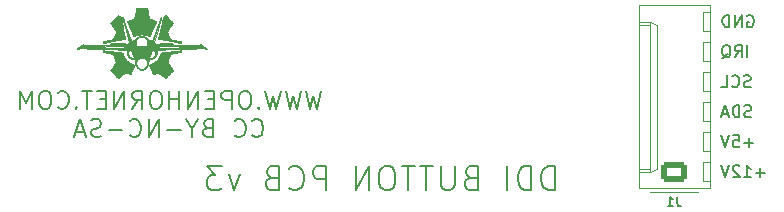
<source format=gbr>
%TF.GenerationSoftware,KiCad,Pcbnew,(6.0.9)*%
%TF.CreationDate,2023-01-21T08:26:38-09:00*%
%TF.ProjectId,DDI,4444492e-6b69-4636-9164-5f7063625858,rev?*%
%TF.SameCoordinates,Original*%
%TF.FileFunction,Legend,Bot*%
%TF.FilePolarity,Positive*%
%FSLAX46Y46*%
G04 Gerber Fmt 4.6, Leading zero omitted, Abs format (unit mm)*
G04 Created by KiCad (PCBNEW (6.0.9)) date 2023-01-21 08:26:38*
%MOMM*%
%LPD*%
G01*
G04 APERTURE LIST*
G04 Aperture macros list*
%AMRoundRect*
0 Rectangle with rounded corners*
0 $1 Rounding radius*
0 $2 $3 $4 $5 $6 $7 $8 $9 X,Y pos of 4 corners*
0 Add a 4 corners polygon primitive as box body*
4,1,4,$2,$3,$4,$5,$6,$7,$8,$9,$2,$3,0*
0 Add four circle primitives for the rounded corners*
1,1,$1+$1,$2,$3*
1,1,$1+$1,$4,$5*
1,1,$1+$1,$6,$7*
1,1,$1+$1,$8,$9*
0 Add four rect primitives between the rounded corners*
20,1,$1+$1,$2,$3,$4,$5,0*
20,1,$1+$1,$4,$5,$6,$7,0*
20,1,$1+$1,$6,$7,$8,$9,0*
20,1,$1+$1,$8,$9,$2,$3,0*%
G04 Aperture macros list end*
%ADD10C,0.200000*%
%ADD11C,0.150000*%
%ADD12C,0.010000*%
%ADD13C,0.120000*%
%ADD14C,2.000000*%
%ADD15C,1.524000*%
%ADD16C,4.300000*%
%ADD17C,8.400000*%
%ADD18C,7.540752*%
%ADD19C,2.381250*%
%ADD20RoundRect,0.249999X0.845001X-0.620001X0.845001X0.620001X-0.845001X0.620001X-0.845001X-0.620001X0*%
%ADD21O,2.190000X1.740000*%
G04 APERTURE END LIST*
D10*
X90019732Y-16025676D02*
X90019732Y-14025676D01*
X89543542Y-14025676D01*
X89257827Y-14120914D01*
X89067351Y-14311391D01*
X88972113Y-14501867D01*
X88876875Y-14882819D01*
X88876875Y-15168534D01*
X88972113Y-15549486D01*
X89067351Y-15739962D01*
X89257827Y-15930438D01*
X89543542Y-16025676D01*
X90019732Y-16025676D01*
X88019732Y-16025676D02*
X88019732Y-14025676D01*
X87543542Y-14025676D01*
X87257827Y-14120914D01*
X87067351Y-14311391D01*
X86972113Y-14501867D01*
X86876875Y-14882819D01*
X86876875Y-15168534D01*
X86972113Y-15549486D01*
X87067351Y-15739962D01*
X87257827Y-15930438D01*
X87543542Y-16025676D01*
X88019732Y-16025676D01*
X86019732Y-16025676D02*
X86019732Y-14025676D01*
X82876875Y-14978057D02*
X82591161Y-15073295D01*
X82495923Y-15168534D01*
X82400685Y-15359010D01*
X82400685Y-15644724D01*
X82495923Y-15835200D01*
X82591161Y-15930438D01*
X82781637Y-16025676D01*
X83543542Y-16025676D01*
X83543542Y-14025676D01*
X82876875Y-14025676D01*
X82686399Y-14120914D01*
X82591161Y-14216153D01*
X82495923Y-14406629D01*
X82495923Y-14597105D01*
X82591161Y-14787581D01*
X82686399Y-14882819D01*
X82876875Y-14978057D01*
X83543542Y-14978057D01*
X81543542Y-14025676D02*
X81543542Y-15644724D01*
X81448304Y-15835200D01*
X81353066Y-15930438D01*
X81162589Y-16025676D01*
X80781637Y-16025676D01*
X80591161Y-15930438D01*
X80495923Y-15835200D01*
X80400685Y-15644724D01*
X80400685Y-14025676D01*
X79734018Y-14025676D02*
X78591161Y-14025676D01*
X79162589Y-16025676D02*
X79162589Y-14025676D01*
X78210208Y-14025676D02*
X77067351Y-14025676D01*
X77638780Y-16025676D02*
X77638780Y-14025676D01*
X76019732Y-14025676D02*
X75638780Y-14025676D01*
X75448304Y-14120914D01*
X75257827Y-14311391D01*
X75162589Y-14692343D01*
X75162589Y-15359010D01*
X75257827Y-15739962D01*
X75448304Y-15930438D01*
X75638780Y-16025676D01*
X76019732Y-16025676D01*
X76210208Y-15930438D01*
X76400685Y-15739962D01*
X76495923Y-15359010D01*
X76495923Y-14692343D01*
X76400685Y-14311391D01*
X76210208Y-14120914D01*
X76019732Y-14025676D01*
X74305446Y-16025676D02*
X74305446Y-14025676D01*
X73162589Y-16025676D01*
X73162589Y-14025676D01*
X70686399Y-16025676D02*
X70686399Y-14025676D01*
X69924494Y-14025676D01*
X69734018Y-14120914D01*
X69638780Y-14216153D01*
X69543542Y-14406629D01*
X69543542Y-14692343D01*
X69638780Y-14882819D01*
X69734018Y-14978057D01*
X69924494Y-15073295D01*
X70686399Y-15073295D01*
X67543542Y-15835200D02*
X67638780Y-15930438D01*
X67924494Y-16025676D01*
X68114970Y-16025676D01*
X68400685Y-15930438D01*
X68591161Y-15739962D01*
X68686399Y-15549486D01*
X68781637Y-15168534D01*
X68781637Y-14882819D01*
X68686399Y-14501867D01*
X68591161Y-14311391D01*
X68400685Y-14120914D01*
X68114970Y-14025676D01*
X67924494Y-14025676D01*
X67638780Y-14120914D01*
X67543542Y-14216153D01*
X66019732Y-14978057D02*
X65734018Y-15073295D01*
X65638780Y-15168534D01*
X65543542Y-15359010D01*
X65543542Y-15644724D01*
X65638780Y-15835200D01*
X65734018Y-15930438D01*
X65924494Y-16025676D01*
X66686399Y-16025676D01*
X66686399Y-14025676D01*
X66019732Y-14025676D01*
X65829256Y-14120914D01*
X65734018Y-14216153D01*
X65638780Y-14406629D01*
X65638780Y-14597105D01*
X65734018Y-14787581D01*
X65829256Y-14882819D01*
X66019732Y-14978057D01*
X66686399Y-14978057D01*
X63353066Y-14692343D02*
X62876875Y-16025676D01*
X62400685Y-14692343D01*
X61829256Y-14025676D02*
X60591161Y-14025676D01*
X61257827Y-14787581D01*
X60972113Y-14787581D01*
X60781637Y-14882819D01*
X60686399Y-14978057D01*
X60591161Y-15168534D01*
X60591161Y-15644724D01*
X60686399Y-15835200D01*
X60781637Y-15930438D01*
X60972113Y-16025676D01*
X61543542Y-16025676D01*
X61734018Y-15930438D01*
X61829256Y-15835200D01*
X70234594Y-7630986D02*
X69877451Y-9130986D01*
X69591737Y-8059557D01*
X69306023Y-9130986D01*
X68948880Y-7630986D01*
X68520308Y-7630986D02*
X68163166Y-9130986D01*
X67877451Y-8059557D01*
X67591737Y-9130986D01*
X67234594Y-7630986D01*
X66806023Y-7630986D02*
X66448880Y-9130986D01*
X66163166Y-8059557D01*
X65877451Y-9130986D01*
X65520308Y-7630986D01*
X64948880Y-8988129D02*
X64877451Y-9059557D01*
X64948880Y-9130986D01*
X65020308Y-9059557D01*
X64948880Y-8988129D01*
X64948880Y-9130986D01*
X63948880Y-7630986D02*
X63663166Y-7630986D01*
X63520308Y-7702414D01*
X63377451Y-7845272D01*
X63306023Y-8130986D01*
X63306023Y-8630986D01*
X63377451Y-8916700D01*
X63520308Y-9059557D01*
X63663166Y-9130986D01*
X63948880Y-9130986D01*
X64091737Y-9059557D01*
X64234594Y-8916700D01*
X64306023Y-8630986D01*
X64306023Y-8130986D01*
X64234594Y-7845272D01*
X64091737Y-7702414D01*
X63948880Y-7630986D01*
X62663166Y-9130986D02*
X62663166Y-7630986D01*
X62091737Y-7630986D01*
X61948880Y-7702414D01*
X61877451Y-7773843D01*
X61806023Y-7916700D01*
X61806023Y-8130986D01*
X61877451Y-8273843D01*
X61948880Y-8345272D01*
X62091737Y-8416700D01*
X62663166Y-8416700D01*
X61163166Y-8345272D02*
X60663166Y-8345272D01*
X60448880Y-9130986D02*
X61163166Y-9130986D01*
X61163166Y-7630986D01*
X60448880Y-7630986D01*
X59806023Y-9130986D02*
X59806023Y-7630986D01*
X58948880Y-9130986D01*
X58948880Y-7630986D01*
X58234594Y-9130986D02*
X58234594Y-7630986D01*
X58234594Y-8345272D02*
X57377451Y-8345272D01*
X57377451Y-9130986D02*
X57377451Y-7630986D01*
X56377451Y-7630986D02*
X56091737Y-7630986D01*
X55948880Y-7702414D01*
X55806023Y-7845272D01*
X55734594Y-8130986D01*
X55734594Y-8630986D01*
X55806023Y-8916700D01*
X55948880Y-9059557D01*
X56091737Y-9130986D01*
X56377451Y-9130986D01*
X56520308Y-9059557D01*
X56663166Y-8916700D01*
X56734594Y-8630986D01*
X56734594Y-8130986D01*
X56663166Y-7845272D01*
X56520308Y-7702414D01*
X56377451Y-7630986D01*
X54234594Y-9130986D02*
X54734594Y-8416700D01*
X55091737Y-9130986D02*
X55091737Y-7630986D01*
X54520308Y-7630986D01*
X54377451Y-7702414D01*
X54306023Y-7773843D01*
X54234594Y-7916700D01*
X54234594Y-8130986D01*
X54306023Y-8273843D01*
X54377451Y-8345272D01*
X54520308Y-8416700D01*
X55091737Y-8416700D01*
X53591737Y-9130986D02*
X53591737Y-7630986D01*
X52734594Y-9130986D01*
X52734594Y-7630986D01*
X52020308Y-8345272D02*
X51520308Y-8345272D01*
X51306023Y-9130986D02*
X52020308Y-9130986D01*
X52020308Y-7630986D01*
X51306023Y-7630986D01*
X50877451Y-7630986D02*
X50020308Y-7630986D01*
X50448880Y-9130986D02*
X50448880Y-7630986D01*
X49520308Y-8988129D02*
X49448880Y-9059557D01*
X49520308Y-9130986D01*
X49591737Y-9059557D01*
X49520308Y-8988129D01*
X49520308Y-9130986D01*
X47948880Y-8988129D02*
X48020308Y-9059557D01*
X48234594Y-9130986D01*
X48377451Y-9130986D01*
X48591737Y-9059557D01*
X48734594Y-8916700D01*
X48806023Y-8773843D01*
X48877451Y-8488129D01*
X48877451Y-8273843D01*
X48806023Y-7988129D01*
X48734594Y-7845272D01*
X48591737Y-7702414D01*
X48377451Y-7630986D01*
X48234594Y-7630986D01*
X48020308Y-7702414D01*
X47948880Y-7773843D01*
X47020308Y-7630986D02*
X46734594Y-7630986D01*
X46591737Y-7702414D01*
X46448880Y-7845272D01*
X46377451Y-8130986D01*
X46377451Y-8630986D01*
X46448880Y-8916700D01*
X46591737Y-9059557D01*
X46734594Y-9130986D01*
X47020308Y-9130986D01*
X47163166Y-9059557D01*
X47306023Y-8916700D01*
X47377451Y-8630986D01*
X47377451Y-8130986D01*
X47306023Y-7845272D01*
X47163166Y-7702414D01*
X47020308Y-7630986D01*
X45734594Y-9130986D02*
X45734594Y-7630986D01*
X45234594Y-8702414D01*
X44734594Y-7630986D01*
X44734594Y-9130986D01*
X64413166Y-11403129D02*
X64484594Y-11474557D01*
X64698880Y-11545986D01*
X64841737Y-11545986D01*
X65056023Y-11474557D01*
X65198880Y-11331700D01*
X65270308Y-11188843D01*
X65341737Y-10903129D01*
X65341737Y-10688843D01*
X65270308Y-10403129D01*
X65198880Y-10260272D01*
X65056023Y-10117414D01*
X64841737Y-10045986D01*
X64698880Y-10045986D01*
X64484594Y-10117414D01*
X64413166Y-10188843D01*
X62913166Y-11403129D02*
X62984594Y-11474557D01*
X63198880Y-11545986D01*
X63341737Y-11545986D01*
X63556023Y-11474557D01*
X63698880Y-11331700D01*
X63770308Y-11188843D01*
X63841737Y-10903129D01*
X63841737Y-10688843D01*
X63770308Y-10403129D01*
X63698880Y-10260272D01*
X63556023Y-10117414D01*
X63341737Y-10045986D01*
X63198880Y-10045986D01*
X62984594Y-10117414D01*
X62913166Y-10188843D01*
X60627451Y-10760272D02*
X60413166Y-10831700D01*
X60341737Y-10903129D01*
X60270308Y-11045986D01*
X60270308Y-11260272D01*
X60341737Y-11403129D01*
X60413166Y-11474557D01*
X60556023Y-11545986D01*
X61127451Y-11545986D01*
X61127451Y-10045986D01*
X60627451Y-10045986D01*
X60484594Y-10117414D01*
X60413166Y-10188843D01*
X60341737Y-10331700D01*
X60341737Y-10474557D01*
X60413166Y-10617414D01*
X60484594Y-10688843D01*
X60627451Y-10760272D01*
X61127451Y-10760272D01*
X59341737Y-10831700D02*
X59341737Y-11545986D01*
X59841737Y-10045986D02*
X59341737Y-10831700D01*
X58841737Y-10045986D01*
X58341737Y-10974557D02*
X57198880Y-10974557D01*
X56484594Y-11545986D02*
X56484594Y-10045986D01*
X55627451Y-11545986D01*
X55627451Y-10045986D01*
X54056023Y-11403129D02*
X54127451Y-11474557D01*
X54341737Y-11545986D01*
X54484594Y-11545986D01*
X54698880Y-11474557D01*
X54841737Y-11331700D01*
X54913166Y-11188843D01*
X54984594Y-10903129D01*
X54984594Y-10688843D01*
X54913166Y-10403129D01*
X54841737Y-10260272D01*
X54698880Y-10117414D01*
X54484594Y-10045986D01*
X54341737Y-10045986D01*
X54127451Y-10117414D01*
X54056023Y-10188843D01*
X53413166Y-10974557D02*
X52270308Y-10974557D01*
X51627451Y-11474557D02*
X51413166Y-11545986D01*
X51056023Y-11545986D01*
X50913166Y-11474557D01*
X50841737Y-11403129D01*
X50770308Y-11260272D01*
X50770308Y-11117414D01*
X50841737Y-10974557D01*
X50913166Y-10903129D01*
X51056023Y-10831700D01*
X51341737Y-10760272D01*
X51484594Y-10688843D01*
X51556023Y-10617414D01*
X51627451Y-10474557D01*
X51627451Y-10331700D01*
X51556023Y-10188843D01*
X51484594Y-10117414D01*
X51341737Y-10045986D01*
X50984594Y-10045986D01*
X50770308Y-10117414D01*
X50198880Y-11117414D02*
X49484594Y-11117414D01*
X50341737Y-11545986D02*
X49841737Y-10045986D01*
X49341737Y-11545986D01*
D11*
X107787470Y-14557343D02*
X107025566Y-14557343D01*
X107406518Y-14938295D02*
X107406518Y-14176391D01*
X106025566Y-14938295D02*
X106596994Y-14938295D01*
X106311280Y-14938295D02*
X106311280Y-13938295D01*
X106406518Y-14081153D01*
X106501756Y-14176391D01*
X106596994Y-14224010D01*
X105644613Y-14033534D02*
X105596994Y-13985914D01*
X105501756Y-13938295D01*
X105263661Y-13938295D01*
X105168423Y-13985914D01*
X105120804Y-14033534D01*
X105073185Y-14128772D01*
X105073185Y-14224010D01*
X105120804Y-14366867D01*
X105692232Y-14938295D01*
X105073185Y-14938295D01*
X104787470Y-13938295D02*
X104454137Y-14938295D01*
X104120804Y-13938295D01*
X106835089Y-12017343D02*
X106073185Y-12017343D01*
X106454137Y-12398295D02*
X106454137Y-11636391D01*
X105120804Y-11398295D02*
X105596994Y-11398295D01*
X105644613Y-11874486D01*
X105596994Y-11826867D01*
X105501756Y-11779248D01*
X105263661Y-11779248D01*
X105168423Y-11826867D01*
X105120804Y-11874486D01*
X105073185Y-11969724D01*
X105073185Y-12207819D01*
X105120804Y-12303057D01*
X105168423Y-12350676D01*
X105263661Y-12398295D01*
X105501756Y-12398295D01*
X105596994Y-12350676D01*
X105644613Y-12303057D01*
X104787470Y-11398295D02*
X104454137Y-12398295D01*
X104120804Y-11398295D01*
X106644613Y-9810676D02*
X106501756Y-9858295D01*
X106263661Y-9858295D01*
X106168423Y-9810676D01*
X106120804Y-9763057D01*
X106073185Y-9667819D01*
X106073185Y-9572581D01*
X106120804Y-9477343D01*
X106168423Y-9429724D01*
X106263661Y-9382105D01*
X106454137Y-9334486D01*
X106549375Y-9286867D01*
X106596994Y-9239248D01*
X106644613Y-9144010D01*
X106644613Y-9048772D01*
X106596994Y-8953534D01*
X106549375Y-8905914D01*
X106454137Y-8858295D01*
X106216042Y-8858295D01*
X106073185Y-8905914D01*
X105644613Y-9858295D02*
X105644613Y-8858295D01*
X105406518Y-8858295D01*
X105263661Y-8905914D01*
X105168423Y-9001153D01*
X105120804Y-9096391D01*
X105073185Y-9286867D01*
X105073185Y-9429724D01*
X105120804Y-9620200D01*
X105168423Y-9715438D01*
X105263661Y-9810676D01*
X105406518Y-9858295D01*
X105644613Y-9858295D01*
X104692232Y-9572581D02*
X104216042Y-9572581D01*
X104787470Y-9858295D02*
X104454137Y-8858295D01*
X104120804Y-9858295D01*
X106596994Y-7270676D02*
X106454137Y-7318295D01*
X106216042Y-7318295D01*
X106120804Y-7270676D01*
X106073185Y-7223057D01*
X106025566Y-7127819D01*
X106025566Y-7032581D01*
X106073185Y-6937343D01*
X106120804Y-6889724D01*
X106216042Y-6842105D01*
X106406518Y-6794486D01*
X106501756Y-6746867D01*
X106549375Y-6699248D01*
X106596994Y-6604010D01*
X106596994Y-6508772D01*
X106549375Y-6413534D01*
X106501756Y-6365914D01*
X106406518Y-6318295D01*
X106168423Y-6318295D01*
X106025566Y-6365914D01*
X105025566Y-7223057D02*
X105073185Y-7270676D01*
X105216042Y-7318295D01*
X105311280Y-7318295D01*
X105454137Y-7270676D01*
X105549375Y-7175438D01*
X105596994Y-7080200D01*
X105644613Y-6889724D01*
X105644613Y-6746867D01*
X105596994Y-6556391D01*
X105549375Y-6461153D01*
X105454137Y-6365914D01*
X105311280Y-6318295D01*
X105216042Y-6318295D01*
X105073185Y-6365914D01*
X105025566Y-6413534D01*
X104120804Y-7318295D02*
X104596994Y-7318295D01*
X104596994Y-6318295D01*
X106311280Y-1285914D02*
X106406518Y-1238295D01*
X106549375Y-1238295D01*
X106692232Y-1285914D01*
X106787470Y-1381153D01*
X106835089Y-1476391D01*
X106882708Y-1666867D01*
X106882708Y-1809724D01*
X106835089Y-2000200D01*
X106787470Y-2095438D01*
X106692232Y-2190676D01*
X106549375Y-2238295D01*
X106454137Y-2238295D01*
X106311280Y-2190676D01*
X106263661Y-2143057D01*
X106263661Y-1809724D01*
X106454137Y-1809724D01*
X105835089Y-2238295D02*
X105835089Y-1238295D01*
X105263661Y-2238295D01*
X105263661Y-1238295D01*
X104787470Y-2238295D02*
X104787470Y-1238295D01*
X104549375Y-1238295D01*
X104406518Y-1285914D01*
X104311280Y-1381153D01*
X104263661Y-1476391D01*
X104216042Y-1666867D01*
X104216042Y-1809724D01*
X104263661Y-2000200D01*
X104311280Y-2095438D01*
X104406518Y-2190676D01*
X104549375Y-2238295D01*
X104787470Y-2238295D01*
X106311280Y-4778295D02*
X106311280Y-3778295D01*
X105263661Y-4778295D02*
X105596994Y-4302105D01*
X105835089Y-4778295D02*
X105835089Y-3778295D01*
X105454137Y-3778295D01*
X105358899Y-3825914D01*
X105311280Y-3873534D01*
X105263661Y-3968772D01*
X105263661Y-4111629D01*
X105311280Y-4206867D01*
X105358899Y-4254486D01*
X105454137Y-4302105D01*
X105835089Y-4302105D01*
X104168423Y-4873534D02*
X104263661Y-4825914D01*
X104358899Y-4730676D01*
X104501756Y-4587819D01*
X104596994Y-4540200D01*
X104692232Y-4540200D01*
X104644613Y-4778295D02*
X104739851Y-4730676D01*
X104835089Y-4635438D01*
X104882708Y-4444962D01*
X104882708Y-4111629D01*
X104835089Y-3921153D01*
X104739851Y-3825914D01*
X104644613Y-3778295D01*
X104454137Y-3778295D01*
X104358899Y-3825914D01*
X104263661Y-3921153D01*
X104216042Y-4111629D01*
X104216042Y-4444962D01*
X104263661Y-4635438D01*
X104358899Y-4730676D01*
X104454137Y-4778295D01*
X104644613Y-4778295D01*
%TO.C,J1*%
X100384732Y-16587819D02*
X100384732Y-17159248D01*
X100422827Y-17273534D01*
X100499018Y-17349724D01*
X100613304Y-17387819D01*
X100689494Y-17387819D01*
X99584732Y-17387819D02*
X100041875Y-17387819D01*
X99813304Y-17387819D02*
X99813304Y-16587819D01*
X99889494Y-16702105D01*
X99965685Y-16778295D01*
X100041875Y-16816391D01*
%TO.C,G\u002A\u002A\u002A*%
G36*
X58340116Y-4208869D02*
G01*
X58342817Y-4210620D01*
X58344492Y-4215261D01*
X58345383Y-4224188D01*
X58345729Y-4238794D01*
X58345770Y-4260472D01*
X58345636Y-4276600D01*
X58344720Y-4298126D01*
X58342579Y-4313696D01*
X58338799Y-4324877D01*
X58332966Y-4333235D01*
X58324666Y-4340338D01*
X58323928Y-4340768D01*
X58317909Y-4342889D01*
X58306484Y-4345899D01*
X58289359Y-4349856D01*
X58266241Y-4354819D01*
X58236838Y-4360845D01*
X58200855Y-4367993D01*
X58158000Y-4376322D01*
X58107980Y-4385890D01*
X58050501Y-4396755D01*
X57985271Y-4408976D01*
X57911997Y-4422612D01*
X57889069Y-4426871D01*
X57832644Y-4437386D01*
X57778741Y-4447479D01*
X57727941Y-4457040D01*
X57680823Y-4465956D01*
X57637969Y-4474117D01*
X57599959Y-4481411D01*
X57567372Y-4487728D01*
X57540791Y-4492956D01*
X57520794Y-4496983D01*
X57507963Y-4499699D01*
X57502878Y-4500992D01*
X57501923Y-4501557D01*
X57494088Y-4508009D01*
X57485327Y-4517257D01*
X57483416Y-4520489D01*
X57478235Y-4531345D01*
X57470480Y-4548831D01*
X57460442Y-4572225D01*
X57448409Y-4600804D01*
X57434673Y-4633844D01*
X57419522Y-4670623D01*
X57403248Y-4710417D01*
X57386140Y-4752505D01*
X57368487Y-4796163D01*
X57350581Y-4840667D01*
X57332710Y-4885296D01*
X57315165Y-4929326D01*
X57298236Y-4972034D01*
X57282212Y-5012697D01*
X57267385Y-5050593D01*
X57254043Y-5084998D01*
X57242476Y-5115189D01*
X57232975Y-5140444D01*
X57225830Y-5160039D01*
X57221330Y-5173253D01*
X57219766Y-5179361D01*
X57221457Y-5191550D01*
X57225559Y-5204641D01*
X57225687Y-5204919D01*
X57229465Y-5211245D01*
X57237625Y-5223909D01*
X57249783Y-5242341D01*
X57265555Y-5265970D01*
X57284556Y-5294226D01*
X57306402Y-5326540D01*
X57330708Y-5362341D01*
X57357090Y-5401058D01*
X57385164Y-5442123D01*
X57414545Y-5484964D01*
X57441499Y-5524210D01*
X57471714Y-5568225D01*
X57501087Y-5611029D01*
X57529122Y-5651901D01*
X57555327Y-5690122D01*
X57579206Y-5724969D01*
X57600265Y-5755721D01*
X57618011Y-5781659D01*
X57631949Y-5802062D01*
X57641586Y-5816207D01*
X57643709Y-5819336D01*
X57660240Y-5844139D01*
X57672235Y-5863423D01*
X57680127Y-5878359D01*
X57684351Y-5890117D01*
X57685340Y-5899868D01*
X57683531Y-5908783D01*
X57679355Y-5918032D01*
X57679336Y-5918067D01*
X57675434Y-5922689D01*
X57666022Y-5932758D01*
X57651600Y-5947774D01*
X57632664Y-5967241D01*
X57609714Y-5990659D01*
X57583248Y-6017530D01*
X57553765Y-6047356D01*
X57521761Y-6079638D01*
X57487737Y-6113879D01*
X57452190Y-6149579D01*
X57415619Y-6186242D01*
X57378521Y-6223367D01*
X57341396Y-6260458D01*
X57304741Y-6297015D01*
X57269056Y-6332541D01*
X57234838Y-6366536D01*
X57202585Y-6398504D01*
X57172796Y-6427945D01*
X57145970Y-6454361D01*
X57122604Y-6477254D01*
X57103198Y-6496126D01*
X57088249Y-6510478D01*
X57078255Y-6519812D01*
X57073716Y-6523629D01*
X57072829Y-6524111D01*
X57068964Y-6526109D01*
X57065109Y-6527562D01*
X57060826Y-6528205D01*
X57055678Y-6527773D01*
X57049229Y-6526000D01*
X57041040Y-6522622D01*
X57030676Y-6517372D01*
X57017700Y-6509987D01*
X57001673Y-6500200D01*
X56982160Y-6487747D01*
X56958723Y-6472362D01*
X56930925Y-6453780D01*
X56898330Y-6431735D01*
X56860500Y-6405964D01*
X56816998Y-6376199D01*
X56767388Y-6342177D01*
X56711232Y-6303632D01*
X56700489Y-6296259D01*
X56653466Y-6264024D01*
X56608406Y-6233196D01*
X56565810Y-6204113D01*
X56526179Y-6177115D01*
X56490015Y-6152542D01*
X56457818Y-6130733D01*
X56430090Y-6112027D01*
X56407331Y-6096765D01*
X56390043Y-6085285D01*
X56378726Y-6077928D01*
X56373882Y-6075032D01*
X56369688Y-6073553D01*
X56363216Y-6072045D01*
X56356142Y-6071780D01*
X56347706Y-6073068D01*
X56337150Y-6076220D01*
X56323712Y-6081547D01*
X56306634Y-6089362D01*
X56285156Y-6099975D01*
X56258518Y-6113696D01*
X56225960Y-6130839D01*
X56186723Y-6151714D01*
X56175657Y-6157601D01*
X56142935Y-6174824D01*
X56112524Y-6190566D01*
X56085279Y-6204400D01*
X56062054Y-6215901D01*
X56043706Y-6224643D01*
X56031090Y-6230200D01*
X56025062Y-6232147D01*
X56016133Y-6230456D01*
X56005253Y-6224739D01*
X56004571Y-6223911D01*
X56000368Y-6216203D01*
X55993121Y-6200909D01*
X55982916Y-6178234D01*
X55969840Y-6148381D01*
X55953982Y-6111556D01*
X55935428Y-6067962D01*
X55914267Y-6017803D01*
X55890586Y-5961283D01*
X55864472Y-5898608D01*
X55836014Y-5829980D01*
X55675725Y-5442630D01*
X55694593Y-5432831D01*
X55699872Y-5430028D01*
X55715458Y-5421440D01*
X55736764Y-5409429D01*
X55763062Y-5394420D01*
X55793630Y-5376839D01*
X55827741Y-5357112D01*
X55864672Y-5335664D01*
X55903696Y-5312922D01*
X55944090Y-5289310D01*
X55985129Y-5265255D01*
X56026087Y-5241183D01*
X56066240Y-5217519D01*
X56104863Y-5194689D01*
X56141231Y-5173118D01*
X56174620Y-5153233D01*
X56204304Y-5135459D01*
X56229559Y-5120222D01*
X56249660Y-5107947D01*
X56263881Y-5099060D01*
X56271499Y-5093988D01*
X56271992Y-5093622D01*
X56305751Y-5066116D01*
X56340959Y-5033173D01*
X56376176Y-4996444D01*
X56409965Y-4957584D01*
X56440887Y-4918245D01*
X56467502Y-4880081D01*
X56488373Y-4844746D01*
X56492307Y-4836988D01*
X56500333Y-4820427D01*
X56510733Y-4798404D01*
X56523113Y-4771797D01*
X56537079Y-4741482D01*
X56552237Y-4708336D01*
X56568191Y-4673235D01*
X56584549Y-4637058D01*
X56600916Y-4600680D01*
X56616898Y-4564979D01*
X56632100Y-4530831D01*
X56646128Y-4499114D01*
X56658588Y-4470704D01*
X56669086Y-4446477D01*
X56677228Y-4427312D01*
X56682619Y-4414085D01*
X56684866Y-4407672D01*
X56687455Y-4400064D01*
X56693243Y-4395701D01*
X56704804Y-4393243D01*
X56707860Y-4392849D01*
X56719508Y-4391450D01*
X56738650Y-4389207D01*
X56764787Y-4386179D01*
X56797424Y-4382420D01*
X56836064Y-4377988D01*
X56880208Y-4372938D01*
X56929361Y-4367327D01*
X56983025Y-4361210D01*
X57040703Y-4354645D01*
X57101898Y-4347687D01*
X57166113Y-4340392D01*
X57232850Y-4332818D01*
X57301614Y-4325019D01*
X57371906Y-4317053D01*
X57443230Y-4308975D01*
X57515088Y-4300842D01*
X57586985Y-4292710D01*
X57658421Y-4284635D01*
X57728901Y-4276674D01*
X57797928Y-4268882D01*
X57865004Y-4261316D01*
X57929632Y-4254032D01*
X57991315Y-4247087D01*
X58049557Y-4240536D01*
X58103859Y-4234436D01*
X58153726Y-4228843D01*
X58198660Y-4223813D01*
X58238163Y-4219403D01*
X58271740Y-4215669D01*
X58298892Y-4212667D01*
X58319123Y-4210452D01*
X58331936Y-4209083D01*
X58336833Y-4208613D01*
X58340116Y-4208869D01*
G37*
D12*
X58340116Y-4208869D02*
X58342817Y-4210620D01*
X58344492Y-4215261D01*
X58345383Y-4224188D01*
X58345729Y-4238794D01*
X58345770Y-4260472D01*
X58345636Y-4276600D01*
X58344720Y-4298126D01*
X58342579Y-4313696D01*
X58338799Y-4324877D01*
X58332966Y-4333235D01*
X58324666Y-4340338D01*
X58323928Y-4340768D01*
X58317909Y-4342889D01*
X58306484Y-4345899D01*
X58289359Y-4349856D01*
X58266241Y-4354819D01*
X58236838Y-4360845D01*
X58200855Y-4367993D01*
X58158000Y-4376322D01*
X58107980Y-4385890D01*
X58050501Y-4396755D01*
X57985271Y-4408976D01*
X57911997Y-4422612D01*
X57889069Y-4426871D01*
X57832644Y-4437386D01*
X57778741Y-4447479D01*
X57727941Y-4457040D01*
X57680823Y-4465956D01*
X57637969Y-4474117D01*
X57599959Y-4481411D01*
X57567372Y-4487728D01*
X57540791Y-4492956D01*
X57520794Y-4496983D01*
X57507963Y-4499699D01*
X57502878Y-4500992D01*
X57501923Y-4501557D01*
X57494088Y-4508009D01*
X57485327Y-4517257D01*
X57483416Y-4520489D01*
X57478235Y-4531345D01*
X57470480Y-4548831D01*
X57460442Y-4572225D01*
X57448409Y-4600804D01*
X57434673Y-4633844D01*
X57419522Y-4670623D01*
X57403248Y-4710417D01*
X57386140Y-4752505D01*
X57368487Y-4796163D01*
X57350581Y-4840667D01*
X57332710Y-4885296D01*
X57315165Y-4929326D01*
X57298236Y-4972034D01*
X57282212Y-5012697D01*
X57267385Y-5050593D01*
X57254043Y-5084998D01*
X57242476Y-5115189D01*
X57232975Y-5140444D01*
X57225830Y-5160039D01*
X57221330Y-5173253D01*
X57219766Y-5179361D01*
X57221457Y-5191550D01*
X57225559Y-5204641D01*
X57225687Y-5204919D01*
X57229465Y-5211245D01*
X57237625Y-5223909D01*
X57249783Y-5242341D01*
X57265555Y-5265970D01*
X57284556Y-5294226D01*
X57306402Y-5326540D01*
X57330708Y-5362341D01*
X57357090Y-5401058D01*
X57385164Y-5442123D01*
X57414545Y-5484964D01*
X57441499Y-5524210D01*
X57471714Y-5568225D01*
X57501087Y-5611029D01*
X57529122Y-5651901D01*
X57555327Y-5690122D01*
X57579206Y-5724969D01*
X57600265Y-5755721D01*
X57618011Y-5781659D01*
X57631949Y-5802062D01*
X57641586Y-5816207D01*
X57643709Y-5819336D01*
X57660240Y-5844139D01*
X57672235Y-5863423D01*
X57680127Y-5878359D01*
X57684351Y-5890117D01*
X57685340Y-5899868D01*
X57683531Y-5908783D01*
X57679355Y-5918032D01*
X57679336Y-5918067D01*
X57675434Y-5922689D01*
X57666022Y-5932758D01*
X57651600Y-5947774D01*
X57632664Y-5967241D01*
X57609714Y-5990659D01*
X57583248Y-6017530D01*
X57553765Y-6047356D01*
X57521761Y-6079638D01*
X57487737Y-6113879D01*
X57452190Y-6149579D01*
X57415619Y-6186242D01*
X57378521Y-6223367D01*
X57341396Y-6260458D01*
X57304741Y-6297015D01*
X57269056Y-6332541D01*
X57234838Y-6366536D01*
X57202585Y-6398504D01*
X57172796Y-6427945D01*
X57145970Y-6454361D01*
X57122604Y-6477254D01*
X57103198Y-6496126D01*
X57088249Y-6510478D01*
X57078255Y-6519812D01*
X57073716Y-6523629D01*
X57072829Y-6524111D01*
X57068964Y-6526109D01*
X57065109Y-6527562D01*
X57060826Y-6528205D01*
X57055678Y-6527773D01*
X57049229Y-6526000D01*
X57041040Y-6522622D01*
X57030676Y-6517372D01*
X57017700Y-6509987D01*
X57001673Y-6500200D01*
X56982160Y-6487747D01*
X56958723Y-6472362D01*
X56930925Y-6453780D01*
X56898330Y-6431735D01*
X56860500Y-6405964D01*
X56816998Y-6376199D01*
X56767388Y-6342177D01*
X56711232Y-6303632D01*
X56700489Y-6296259D01*
X56653466Y-6264024D01*
X56608406Y-6233196D01*
X56565810Y-6204113D01*
X56526179Y-6177115D01*
X56490015Y-6152542D01*
X56457818Y-6130733D01*
X56430090Y-6112027D01*
X56407331Y-6096765D01*
X56390043Y-6085285D01*
X56378726Y-6077928D01*
X56373882Y-6075032D01*
X56369688Y-6073553D01*
X56363216Y-6072045D01*
X56356142Y-6071780D01*
X56347706Y-6073068D01*
X56337150Y-6076220D01*
X56323712Y-6081547D01*
X56306634Y-6089362D01*
X56285156Y-6099975D01*
X56258518Y-6113696D01*
X56225960Y-6130839D01*
X56186723Y-6151714D01*
X56175657Y-6157601D01*
X56142935Y-6174824D01*
X56112524Y-6190566D01*
X56085279Y-6204400D01*
X56062054Y-6215901D01*
X56043706Y-6224643D01*
X56031090Y-6230200D01*
X56025062Y-6232147D01*
X56016133Y-6230456D01*
X56005253Y-6224739D01*
X56004571Y-6223911D01*
X56000368Y-6216203D01*
X55993121Y-6200909D01*
X55982916Y-6178234D01*
X55969840Y-6148381D01*
X55953982Y-6111556D01*
X55935428Y-6067962D01*
X55914267Y-6017803D01*
X55890586Y-5961283D01*
X55864472Y-5898608D01*
X55836014Y-5829980D01*
X55675725Y-5442630D01*
X55694593Y-5432831D01*
X55699872Y-5430028D01*
X55715458Y-5421440D01*
X55736764Y-5409429D01*
X55763062Y-5394420D01*
X55793630Y-5376839D01*
X55827741Y-5357112D01*
X55864672Y-5335664D01*
X55903696Y-5312922D01*
X55944090Y-5289310D01*
X55985129Y-5265255D01*
X56026087Y-5241183D01*
X56066240Y-5217519D01*
X56104863Y-5194689D01*
X56141231Y-5173118D01*
X56174620Y-5153233D01*
X56204304Y-5135459D01*
X56229559Y-5120222D01*
X56249660Y-5107947D01*
X56263881Y-5099060D01*
X56271499Y-5093988D01*
X56271992Y-5093622D01*
X56305751Y-5066116D01*
X56340959Y-5033173D01*
X56376176Y-4996444D01*
X56409965Y-4957584D01*
X56440887Y-4918245D01*
X56467502Y-4880081D01*
X56488373Y-4844746D01*
X56492307Y-4836988D01*
X56500333Y-4820427D01*
X56510733Y-4798404D01*
X56523113Y-4771797D01*
X56537079Y-4741482D01*
X56552237Y-4708336D01*
X56568191Y-4673235D01*
X56584549Y-4637058D01*
X56600916Y-4600680D01*
X56616898Y-4564979D01*
X56632100Y-4530831D01*
X56646128Y-4499114D01*
X56658588Y-4470704D01*
X56669086Y-4446477D01*
X56677228Y-4427312D01*
X56682619Y-4414085D01*
X56684866Y-4407672D01*
X56687455Y-4400064D01*
X56693243Y-4395701D01*
X56704804Y-4393243D01*
X56707860Y-4392849D01*
X56719508Y-4391450D01*
X56738650Y-4389207D01*
X56764787Y-4386179D01*
X56797424Y-4382420D01*
X56836064Y-4377988D01*
X56880208Y-4372938D01*
X56929361Y-4367327D01*
X56983025Y-4361210D01*
X57040703Y-4354645D01*
X57101898Y-4347687D01*
X57166113Y-4340392D01*
X57232850Y-4332818D01*
X57301614Y-4325019D01*
X57371906Y-4317053D01*
X57443230Y-4308975D01*
X57515088Y-4300842D01*
X57586985Y-4292710D01*
X57658421Y-4284635D01*
X57728901Y-4276674D01*
X57797928Y-4268882D01*
X57865004Y-4261316D01*
X57929632Y-4254032D01*
X57991315Y-4247087D01*
X58049557Y-4240536D01*
X58103859Y-4234436D01*
X58153726Y-4228843D01*
X58198660Y-4223813D01*
X58238163Y-4219403D01*
X58271740Y-4215669D01*
X58298892Y-4212667D01*
X58319123Y-4210452D01*
X58331936Y-4209083D01*
X58336833Y-4208613D01*
X58340116Y-4208869D01*
G36*
X51756379Y-4208630D02*
G01*
X51763067Y-4209277D01*
X51777680Y-4210829D01*
X51799807Y-4213240D01*
X51829039Y-4216464D01*
X51864965Y-4220453D01*
X51907175Y-4225164D01*
X51955259Y-4230548D01*
X52008807Y-4236561D01*
X52067408Y-4243156D01*
X52130652Y-4250287D01*
X52198129Y-4257908D01*
X52269429Y-4265973D01*
X52344141Y-4274435D01*
X52421855Y-4283249D01*
X52502162Y-4292368D01*
X52584650Y-4301747D01*
X52601978Y-4303718D01*
X52683875Y-4313035D01*
X52763418Y-4322083D01*
X52840205Y-4330818D01*
X52913830Y-4339192D01*
X52983891Y-4347161D01*
X53049983Y-4354677D01*
X53111701Y-4361695D01*
X53168643Y-4368170D01*
X53220404Y-4374055D01*
X53266581Y-4379305D01*
X53306769Y-4383872D01*
X53340564Y-4387713D01*
X53367562Y-4390780D01*
X53387360Y-4393027D01*
X53399554Y-4394409D01*
X53403739Y-4394880D01*
X53403993Y-4395365D01*
X53405988Y-4401203D01*
X53409181Y-4411531D01*
X53411735Y-4418500D01*
X53417663Y-4432917D01*
X53426396Y-4453320D01*
X53437525Y-4478806D01*
X53450640Y-4508470D01*
X53465329Y-4541410D01*
X53481184Y-4576721D01*
X53497793Y-4613501D01*
X53514745Y-4650844D01*
X53531632Y-4687849D01*
X53548041Y-4723611D01*
X53563564Y-4757226D01*
X53577790Y-4787791D01*
X53590307Y-4814403D01*
X53600707Y-4836157D01*
X53608578Y-4852150D01*
X53613510Y-4861479D01*
X53624756Y-4879753D01*
X53651668Y-4918359D01*
X53683159Y-4958257D01*
X53717615Y-4997645D01*
X53753420Y-5034724D01*
X53788960Y-5067692D01*
X53822621Y-5094749D01*
X53827948Y-5098342D01*
X53840757Y-5106423D01*
X53859434Y-5117875D01*
X53883286Y-5132295D01*
X53911622Y-5149277D01*
X53943749Y-5168416D01*
X53978977Y-5189307D01*
X54016612Y-5211545D01*
X54055963Y-5234724D01*
X54096339Y-5258439D01*
X54137047Y-5282285D01*
X54177396Y-5305858D01*
X54216693Y-5328751D01*
X54254246Y-5350560D01*
X54289365Y-5370880D01*
X54321357Y-5389305D01*
X54349529Y-5405430D01*
X54373191Y-5418850D01*
X54391651Y-5429160D01*
X54404215Y-5435955D01*
X54410194Y-5438829D01*
X54414233Y-5441107D01*
X54415903Y-5446188D01*
X54408508Y-5464253D01*
X54386124Y-5518802D01*
X54363070Y-5574801D01*
X54339576Y-5631704D01*
X54315870Y-5688966D01*
X54292181Y-5746041D01*
X54268739Y-5802382D01*
X54245773Y-5857445D01*
X54223511Y-5910682D01*
X54202183Y-5961550D01*
X54182017Y-6009501D01*
X54163244Y-6053989D01*
X54146091Y-6094470D01*
X54130789Y-6130397D01*
X54117565Y-6161224D01*
X54106650Y-6186406D01*
X54098272Y-6205397D01*
X54092660Y-6217651D01*
X54090043Y-6222622D01*
X54082376Y-6228530D01*
X54069216Y-6232147D01*
X54066319Y-6231566D01*
X54055406Y-6227371D01*
X54037682Y-6219274D01*
X54013508Y-6207455D01*
X53983247Y-6192093D01*
X53947260Y-6173368D01*
X53905912Y-6151457D01*
X53891725Y-6143885D01*
X53856438Y-6125098D01*
X53827566Y-6109847D01*
X53804341Y-6097776D01*
X53785997Y-6088528D01*
X53771768Y-6081749D01*
X53760887Y-6077084D01*
X53752585Y-6074175D01*
X53746098Y-6072669D01*
X53740658Y-6072209D01*
X53735498Y-6072439D01*
X53734356Y-6072563D01*
X53730229Y-6073418D01*
X53725127Y-6075193D01*
X53718589Y-6078189D01*
X53710155Y-6082705D01*
X53699363Y-6089040D01*
X53685753Y-6097492D01*
X53668864Y-6108363D01*
X53648235Y-6121951D01*
X53623406Y-6138555D01*
X53593914Y-6158475D01*
X53559300Y-6182010D01*
X53519103Y-6209459D01*
X53472861Y-6241122D01*
X53420115Y-6277298D01*
X53394365Y-6294968D01*
X53349239Y-6325930D01*
X53305775Y-6355749D01*
X53264566Y-6384018D01*
X53226201Y-6410332D01*
X53191272Y-6434287D01*
X53160369Y-6455477D01*
X53134084Y-6473496D01*
X53113006Y-6487941D01*
X53097728Y-6498404D01*
X53088839Y-6504482D01*
X53081806Y-6509544D01*
X53074483Y-6515239D01*
X53067999Y-6520259D01*
X53061968Y-6524313D01*
X53056009Y-6527110D01*
X53049738Y-6528359D01*
X53042771Y-6527769D01*
X53034725Y-6525051D01*
X53025216Y-6519912D01*
X53013862Y-6512062D01*
X53000280Y-6501210D01*
X52984084Y-6487065D01*
X52964893Y-6469337D01*
X52942323Y-6447735D01*
X52915990Y-6421967D01*
X52885512Y-6391744D01*
X52850504Y-6356773D01*
X52810584Y-6316765D01*
X52765368Y-6271429D01*
X52714473Y-6220473D01*
X52674955Y-6180948D01*
X52629683Y-6135644D01*
X52589798Y-6095681D01*
X52554959Y-6060704D01*
X52524827Y-6030355D01*
X52499060Y-6004276D01*
X52477319Y-5982110D01*
X52459264Y-5963501D01*
X52444553Y-5948090D01*
X52432848Y-5935521D01*
X52423807Y-5925437D01*
X52417091Y-5917479D01*
X52412358Y-5911292D01*
X52409270Y-5906517D01*
X52407485Y-5902798D01*
X52406664Y-5899777D01*
X52406466Y-5897098D01*
X52409899Y-5880479D01*
X52420516Y-5861147D01*
X52424132Y-5855862D01*
X52432456Y-5843713D01*
X52444875Y-5825592D01*
X52461021Y-5802041D01*
X52480521Y-5773600D01*
X52503006Y-5740810D01*
X52528103Y-5704212D01*
X52555443Y-5664346D01*
X52584655Y-5621754D01*
X52615367Y-5576975D01*
X52647209Y-5530552D01*
X52675946Y-5488631D01*
X52706437Y-5444093D01*
X52735319Y-5401845D01*
X52762238Y-5362409D01*
X52786841Y-5326305D01*
X52808772Y-5294054D01*
X52827677Y-5266177D01*
X52843204Y-5243193D01*
X52854997Y-5225626D01*
X52862702Y-5213994D01*
X52865966Y-5208818D01*
X52866265Y-5208227D01*
X52870390Y-5195433D01*
X52872106Y-5181234D01*
X52871823Y-5178947D01*
X52869250Y-5169412D01*
X52863945Y-5153436D01*
X52855841Y-5130845D01*
X52844873Y-5101470D01*
X52830976Y-5065137D01*
X52814084Y-5021675D01*
X52794132Y-4970913D01*
X52771056Y-4912679D01*
X52744788Y-4846801D01*
X52724774Y-4796769D01*
X52703535Y-4743807D01*
X52684985Y-4697780D01*
X52668894Y-4658178D01*
X52655031Y-4624490D01*
X52643165Y-4596205D01*
X52633065Y-4572814D01*
X52624500Y-4553805D01*
X52617239Y-4538667D01*
X52611050Y-4526891D01*
X52605704Y-4517966D01*
X52600968Y-4511381D01*
X52596612Y-4506625D01*
X52592405Y-4503189D01*
X52588115Y-4500561D01*
X52587094Y-4500235D01*
X52578939Y-4498384D01*
X52563265Y-4495152D01*
X52540653Y-4490650D01*
X52511683Y-4484991D01*
X52476935Y-4478285D01*
X52436989Y-4470643D01*
X52392426Y-4462176D01*
X52343825Y-4452996D01*
X52291767Y-4443213D01*
X52236831Y-4432940D01*
X52179598Y-4422286D01*
X52171266Y-4420738D01*
X52111451Y-4409571D01*
X52054679Y-4398881D01*
X52001480Y-4388772D01*
X51952383Y-4379349D01*
X51907916Y-4370716D01*
X51868607Y-4362975D01*
X51834985Y-4356232D01*
X51807578Y-4350590D01*
X51786916Y-4346154D01*
X51773526Y-4343026D01*
X51767937Y-4341312D01*
X51759808Y-4334263D01*
X51753307Y-4323240D01*
X51749067Y-4307593D01*
X51746762Y-4286073D01*
X51746066Y-4257433D01*
X51746099Y-4239395D01*
X51746392Y-4224475D01*
X51747239Y-4215377D01*
X51748933Y-4210660D01*
X51751769Y-4208885D01*
X51756041Y-4208613D01*
X51756379Y-4208630D01*
G37*
X51756379Y-4208630D02*
X51763067Y-4209277D01*
X51777680Y-4210829D01*
X51799807Y-4213240D01*
X51829039Y-4216464D01*
X51864965Y-4220453D01*
X51907175Y-4225164D01*
X51955259Y-4230548D01*
X52008807Y-4236561D01*
X52067408Y-4243156D01*
X52130652Y-4250287D01*
X52198129Y-4257908D01*
X52269429Y-4265973D01*
X52344141Y-4274435D01*
X52421855Y-4283249D01*
X52502162Y-4292368D01*
X52584650Y-4301747D01*
X52601978Y-4303718D01*
X52683875Y-4313035D01*
X52763418Y-4322083D01*
X52840205Y-4330818D01*
X52913830Y-4339192D01*
X52983891Y-4347161D01*
X53049983Y-4354677D01*
X53111701Y-4361695D01*
X53168643Y-4368170D01*
X53220404Y-4374055D01*
X53266581Y-4379305D01*
X53306769Y-4383872D01*
X53340564Y-4387713D01*
X53367562Y-4390780D01*
X53387360Y-4393027D01*
X53399554Y-4394409D01*
X53403739Y-4394880D01*
X53403993Y-4395365D01*
X53405988Y-4401203D01*
X53409181Y-4411531D01*
X53411735Y-4418500D01*
X53417663Y-4432917D01*
X53426396Y-4453320D01*
X53437525Y-4478806D01*
X53450640Y-4508470D01*
X53465329Y-4541410D01*
X53481184Y-4576721D01*
X53497793Y-4613501D01*
X53514745Y-4650844D01*
X53531632Y-4687849D01*
X53548041Y-4723611D01*
X53563564Y-4757226D01*
X53577790Y-4787791D01*
X53590307Y-4814403D01*
X53600707Y-4836157D01*
X53608578Y-4852150D01*
X53613510Y-4861479D01*
X53624756Y-4879753D01*
X53651668Y-4918359D01*
X53683159Y-4958257D01*
X53717615Y-4997645D01*
X53753420Y-5034724D01*
X53788960Y-5067692D01*
X53822621Y-5094749D01*
X53827948Y-5098342D01*
X53840757Y-5106423D01*
X53859434Y-5117875D01*
X53883286Y-5132295D01*
X53911622Y-5149277D01*
X53943749Y-5168416D01*
X53978977Y-5189307D01*
X54016612Y-5211545D01*
X54055963Y-5234724D01*
X54096339Y-5258439D01*
X54137047Y-5282285D01*
X54177396Y-5305858D01*
X54216693Y-5328751D01*
X54254246Y-5350560D01*
X54289365Y-5370880D01*
X54321357Y-5389305D01*
X54349529Y-5405430D01*
X54373191Y-5418850D01*
X54391651Y-5429160D01*
X54404215Y-5435955D01*
X54410194Y-5438829D01*
X54414233Y-5441107D01*
X54415903Y-5446188D01*
X54408508Y-5464253D01*
X54386124Y-5518802D01*
X54363070Y-5574801D01*
X54339576Y-5631704D01*
X54315870Y-5688966D01*
X54292181Y-5746041D01*
X54268739Y-5802382D01*
X54245773Y-5857445D01*
X54223511Y-5910682D01*
X54202183Y-5961550D01*
X54182017Y-6009501D01*
X54163244Y-6053989D01*
X54146091Y-6094470D01*
X54130789Y-6130397D01*
X54117565Y-6161224D01*
X54106650Y-6186406D01*
X54098272Y-6205397D01*
X54092660Y-6217651D01*
X54090043Y-6222622D01*
X54082376Y-6228530D01*
X54069216Y-6232147D01*
X54066319Y-6231566D01*
X54055406Y-6227371D01*
X54037682Y-6219274D01*
X54013508Y-6207455D01*
X53983247Y-6192093D01*
X53947260Y-6173368D01*
X53905912Y-6151457D01*
X53891725Y-6143885D01*
X53856438Y-6125098D01*
X53827566Y-6109847D01*
X53804341Y-6097776D01*
X53785997Y-6088528D01*
X53771768Y-6081749D01*
X53760887Y-6077084D01*
X53752585Y-6074175D01*
X53746098Y-6072669D01*
X53740658Y-6072209D01*
X53735498Y-6072439D01*
X53734356Y-6072563D01*
X53730229Y-6073418D01*
X53725127Y-6075193D01*
X53718589Y-6078189D01*
X53710155Y-6082705D01*
X53699363Y-6089040D01*
X53685753Y-6097492D01*
X53668864Y-6108363D01*
X53648235Y-6121951D01*
X53623406Y-6138555D01*
X53593914Y-6158475D01*
X53559300Y-6182010D01*
X53519103Y-6209459D01*
X53472861Y-6241122D01*
X53420115Y-6277298D01*
X53394365Y-6294968D01*
X53349239Y-6325930D01*
X53305775Y-6355749D01*
X53264566Y-6384018D01*
X53226201Y-6410332D01*
X53191272Y-6434287D01*
X53160369Y-6455477D01*
X53134084Y-6473496D01*
X53113006Y-6487941D01*
X53097728Y-6498404D01*
X53088839Y-6504482D01*
X53081806Y-6509544D01*
X53074483Y-6515239D01*
X53067999Y-6520259D01*
X53061968Y-6524313D01*
X53056009Y-6527110D01*
X53049738Y-6528359D01*
X53042771Y-6527769D01*
X53034725Y-6525051D01*
X53025216Y-6519912D01*
X53013862Y-6512062D01*
X53000280Y-6501210D01*
X52984084Y-6487065D01*
X52964893Y-6469337D01*
X52942323Y-6447735D01*
X52915990Y-6421967D01*
X52885512Y-6391744D01*
X52850504Y-6356773D01*
X52810584Y-6316765D01*
X52765368Y-6271429D01*
X52714473Y-6220473D01*
X52674955Y-6180948D01*
X52629683Y-6135644D01*
X52589798Y-6095681D01*
X52554959Y-6060704D01*
X52524827Y-6030355D01*
X52499060Y-6004276D01*
X52477319Y-5982110D01*
X52459264Y-5963501D01*
X52444553Y-5948090D01*
X52432848Y-5935521D01*
X52423807Y-5925437D01*
X52417091Y-5917479D01*
X52412358Y-5911292D01*
X52409270Y-5906517D01*
X52407485Y-5902798D01*
X52406664Y-5899777D01*
X52406466Y-5897098D01*
X52409899Y-5880479D01*
X52420516Y-5861147D01*
X52424132Y-5855862D01*
X52432456Y-5843713D01*
X52444875Y-5825592D01*
X52461021Y-5802041D01*
X52480521Y-5773600D01*
X52503006Y-5740810D01*
X52528103Y-5704212D01*
X52555443Y-5664346D01*
X52584655Y-5621754D01*
X52615367Y-5576975D01*
X52647209Y-5530552D01*
X52675946Y-5488631D01*
X52706437Y-5444093D01*
X52735319Y-5401845D01*
X52762238Y-5362409D01*
X52786841Y-5326305D01*
X52808772Y-5294054D01*
X52827677Y-5266177D01*
X52843204Y-5243193D01*
X52854997Y-5225626D01*
X52862702Y-5213994D01*
X52865966Y-5208818D01*
X52866265Y-5208227D01*
X52870390Y-5195433D01*
X52872106Y-5181234D01*
X52871823Y-5178947D01*
X52869250Y-5169412D01*
X52863945Y-5153436D01*
X52855841Y-5130845D01*
X52844873Y-5101470D01*
X52830976Y-5065137D01*
X52814084Y-5021675D01*
X52794132Y-4970913D01*
X52771056Y-4912679D01*
X52744788Y-4846801D01*
X52724774Y-4796769D01*
X52703535Y-4743807D01*
X52684985Y-4697780D01*
X52668894Y-4658178D01*
X52655031Y-4624490D01*
X52643165Y-4596205D01*
X52633065Y-4572814D01*
X52624500Y-4553805D01*
X52617239Y-4538667D01*
X52611050Y-4526891D01*
X52605704Y-4517966D01*
X52600968Y-4511381D01*
X52596612Y-4506625D01*
X52592405Y-4503189D01*
X52588115Y-4500561D01*
X52587094Y-4500235D01*
X52578939Y-4498384D01*
X52563265Y-4495152D01*
X52540653Y-4490650D01*
X52511683Y-4484991D01*
X52476935Y-4478285D01*
X52436989Y-4470643D01*
X52392426Y-4462176D01*
X52343825Y-4452996D01*
X52291767Y-4443213D01*
X52236831Y-4432940D01*
X52179598Y-4422286D01*
X52171266Y-4420738D01*
X52111451Y-4409571D01*
X52054679Y-4398881D01*
X52001480Y-4388772D01*
X51952383Y-4379349D01*
X51907916Y-4370716D01*
X51868607Y-4362975D01*
X51834985Y-4356232D01*
X51807578Y-4350590D01*
X51786916Y-4346154D01*
X51773526Y-4343026D01*
X51767937Y-4341312D01*
X51759808Y-4334263D01*
X51753307Y-4323240D01*
X51749067Y-4307593D01*
X51746762Y-4286073D01*
X51746066Y-4257433D01*
X51746099Y-4239395D01*
X51746392Y-4224475D01*
X51747239Y-4215377D01*
X51748933Y-4210660D01*
X51751769Y-4208885D01*
X51756041Y-4208613D01*
X51756379Y-4208630D01*
G36*
X60353464Y-3930665D02*
G01*
X60386598Y-3955008D01*
X60417330Y-3977735D01*
X60444949Y-3998332D01*
X60468743Y-4016284D01*
X60488003Y-4031076D01*
X60502017Y-4042195D01*
X60510074Y-4049125D01*
X60523544Y-4063253D01*
X60533388Y-4077316D01*
X60539158Y-4091755D01*
X60540772Y-4098322D01*
X60542631Y-4110447D01*
X60542267Y-4118087D01*
X60541352Y-4119880D01*
X60532733Y-4125812D01*
X60517280Y-4128273D01*
X60495787Y-4127107D01*
X60488721Y-4125928D01*
X60481283Y-4123773D01*
X60472793Y-4120104D01*
X60462281Y-4114349D01*
X60448779Y-4105933D01*
X60431316Y-4094284D01*
X60408925Y-4078829D01*
X60380636Y-4058994D01*
X60374447Y-4054639D01*
X60347726Y-4035922D01*
X60326807Y-4021504D01*
X60310794Y-4010858D01*
X60298788Y-4003459D01*
X60289892Y-3998779D01*
X60283209Y-3996292D01*
X60277841Y-3995472D01*
X60272891Y-3995792D01*
X60270428Y-3996092D01*
X60259290Y-3997256D01*
X60240603Y-3999092D01*
X60214970Y-4001544D01*
X60182992Y-4004559D01*
X60145269Y-4008083D01*
X60102404Y-4012060D01*
X60054998Y-4016435D01*
X60003652Y-4021156D01*
X59948967Y-4026166D01*
X59891545Y-4031411D01*
X59831988Y-4036837D01*
X59770896Y-4042389D01*
X59708872Y-4048013D01*
X59646516Y-4053653D01*
X59584429Y-4059257D01*
X59523214Y-4064768D01*
X59463472Y-4070133D01*
X59405803Y-4075296D01*
X59350810Y-4080204D01*
X59299093Y-4084801D01*
X59251255Y-4089034D01*
X59207896Y-4092847D01*
X59169618Y-4096186D01*
X59137022Y-4098997D01*
X59110709Y-4101224D01*
X59100066Y-4102022D01*
X59077300Y-4103335D01*
X59048626Y-4104577D01*
X59013724Y-4105757D01*
X58972276Y-4106881D01*
X58923960Y-4107958D01*
X58868457Y-4108994D01*
X58805447Y-4109998D01*
X58734610Y-4110977D01*
X58655626Y-4111939D01*
X58591859Y-4112681D01*
X58522156Y-4113511D01*
X58449423Y-4114394D01*
X58375098Y-4115312D01*
X58300618Y-4116246D01*
X58227419Y-4117179D01*
X58156938Y-4118092D01*
X58090613Y-4118967D01*
X58029880Y-4119786D01*
X57976176Y-4120530D01*
X57929330Y-4121191D01*
X57799213Y-4123025D01*
X57677206Y-4124743D01*
X57563044Y-4126352D01*
X57456462Y-4127857D01*
X57357196Y-4129261D01*
X57264981Y-4130572D01*
X57179553Y-4131794D01*
X57100647Y-4132932D01*
X57027998Y-4133991D01*
X56961341Y-4134977D01*
X56900412Y-4135895D01*
X56844946Y-4136751D01*
X56794679Y-4137548D01*
X56749346Y-4138294D01*
X56708682Y-4138992D01*
X56672423Y-4139648D01*
X56640303Y-4140267D01*
X56612059Y-4140856D01*
X56587425Y-4141417D01*
X56566138Y-4141958D01*
X56547931Y-4142483D01*
X56532541Y-4142998D01*
X56519704Y-4143507D01*
X56509153Y-4144016D01*
X56500625Y-4144530D01*
X56493856Y-4145054D01*
X56488579Y-4145595D01*
X56484531Y-4146155D01*
X56481447Y-4146742D01*
X56479063Y-4147360D01*
X56477113Y-4148015D01*
X56475334Y-4148711D01*
X56473460Y-4149455D01*
X56471226Y-4150250D01*
X56453261Y-4155013D01*
X56424988Y-4159977D01*
X56391610Y-4163770D01*
X56354962Y-4166192D01*
X56316876Y-4167043D01*
X56298618Y-4167128D01*
X56282735Y-4167374D01*
X56271981Y-4167744D01*
X56268026Y-4168198D01*
X56268241Y-4168964D01*
X56270633Y-4175661D01*
X56275116Y-4187638D01*
X56280984Y-4203004D01*
X56290223Y-4228601D01*
X56306630Y-4286044D01*
X56317025Y-4342708D01*
X56321183Y-4397126D01*
X56318875Y-4447827D01*
X56317316Y-4460207D01*
X56314391Y-4477800D01*
X56312818Y-4487266D01*
X56306673Y-4512928D01*
X56298339Y-4538576D01*
X56287272Y-4565593D01*
X56272930Y-4595362D01*
X56254771Y-4629268D01*
X56232252Y-4668693D01*
X56217402Y-4693387D01*
X56199342Y-4720594D01*
X56180825Y-4744624D01*
X56159782Y-4768115D01*
X56134143Y-4793703D01*
X56097016Y-4826575D01*
X56044893Y-4863895D01*
X55988732Y-4894362D01*
X55927252Y-4918749D01*
X55894108Y-4928680D01*
X55836011Y-4940470D01*
X55779333Y-4944830D01*
X55724880Y-4941721D01*
X55673458Y-4931104D01*
X55664765Y-4928647D01*
X55649700Y-4924725D01*
X55638934Y-4922381D01*
X55634369Y-4922056D01*
X55634019Y-4922936D01*
X55632879Y-4930481D01*
X55631549Y-4944272D01*
X55630126Y-4962684D01*
X55628706Y-4984096D01*
X55627386Y-5006883D01*
X55626261Y-5029423D01*
X55625430Y-5050092D01*
X55624987Y-5067268D01*
X55625029Y-5079327D01*
X55625776Y-5102439D01*
X55626554Y-5144553D01*
X55626112Y-5180961D01*
X55624200Y-5213493D01*
X55621273Y-5238077D01*
X55620571Y-5243977D01*
X55614975Y-5274243D01*
X55607164Y-5306117D01*
X55596890Y-5341430D01*
X55583904Y-5382010D01*
X55571521Y-5417385D01*
X55550260Y-5470078D01*
X55527042Y-5519159D01*
X55502653Y-5563014D01*
X55477879Y-5600027D01*
X55467754Y-5613013D01*
X55444577Y-5640114D01*
X55417711Y-5668940D01*
X55388893Y-5697778D01*
X55359861Y-5724917D01*
X55332353Y-5748646D01*
X55308106Y-5767253D01*
X55296063Y-5775509D01*
X55246570Y-5805527D01*
X55196296Y-5830099D01*
X55146797Y-5848531D01*
X55099626Y-5860130D01*
X55074786Y-5862813D01*
X55042413Y-5863192D01*
X55007954Y-5861038D01*
X54974492Y-5856552D01*
X54945109Y-5849939D01*
X54912687Y-5839330D01*
X54853150Y-5813172D01*
X54794999Y-5778750D01*
X54738170Y-5736026D01*
X54682601Y-5684960D01*
X54653569Y-5654548D01*
X54617185Y-5611523D01*
X54586252Y-5567859D01*
X54559305Y-5521424D01*
X54534878Y-5470084D01*
X54519827Y-5433642D01*
X54499673Y-5377971D01*
X54483122Y-5323195D01*
X54470446Y-5270506D01*
X54467338Y-5252493D01*
X54578180Y-5252493D01*
X54582768Y-5302655D01*
X54592674Y-5355859D01*
X54607718Y-5411115D01*
X54627717Y-5467434D01*
X54652494Y-5523827D01*
X54671114Y-5558786D01*
X54702512Y-5606738D01*
X54738690Y-5651584D01*
X54778743Y-5692581D01*
X54821764Y-5728982D01*
X54866845Y-5760044D01*
X54913080Y-5785020D01*
X54959562Y-5803166D01*
X55005384Y-5813736D01*
X55019041Y-5815537D01*
X55041553Y-5817218D01*
X55062421Y-5816494D01*
X55085921Y-5813343D01*
X55117090Y-5806302D01*
X55163476Y-5789469D01*
X55210149Y-5765405D01*
X55256213Y-5734727D01*
X55300771Y-5698053D01*
X55342928Y-5656001D01*
X55381788Y-5609191D01*
X55387569Y-5601353D01*
X55419342Y-5551338D01*
X55447213Y-5494632D01*
X55471453Y-5430694D01*
X55474480Y-5421494D01*
X55487606Y-5378505D01*
X55497144Y-5340624D01*
X55503463Y-5305895D01*
X55506933Y-5272364D01*
X55507926Y-5238077D01*
X55507826Y-5223292D01*
X55507272Y-5204068D01*
X55505831Y-5188727D01*
X55503039Y-5174418D01*
X55498430Y-5158292D01*
X55491540Y-5137497D01*
X55476816Y-5099926D01*
X55458197Y-5061571D01*
X55436865Y-5024441D01*
X55413918Y-4990303D01*
X55390456Y-4960926D01*
X55367578Y-4938079D01*
X55349323Y-4924146D01*
X55314399Y-4903480D01*
X55273374Y-4884984D01*
X55227625Y-4869114D01*
X55178528Y-4856322D01*
X55127460Y-4847063D01*
X55075798Y-4841792D01*
X55049635Y-4840882D01*
X54993814Y-4843042D01*
X54937407Y-4850336D01*
X54882107Y-4862357D01*
X54829608Y-4878696D01*
X54781602Y-4898946D01*
X54739784Y-4922699D01*
X54731625Y-4928542D01*
X54707105Y-4950580D01*
X54682238Y-4978897D01*
X54657991Y-5011986D01*
X54635332Y-5048336D01*
X54615226Y-5086441D01*
X54598640Y-5124790D01*
X54586541Y-5161877D01*
X54585676Y-5165249D01*
X54579089Y-5206361D01*
X54578180Y-5252493D01*
X54467338Y-5252493D01*
X54461920Y-5221096D01*
X54457818Y-5176157D01*
X54458412Y-5136880D01*
X54458682Y-5133600D01*
X54459992Y-5113605D01*
X54460674Y-5093029D01*
X54460714Y-5070301D01*
X54460096Y-5043850D01*
X54458804Y-5012105D01*
X54456823Y-4973494D01*
X54455724Y-4955403D01*
X54454310Y-4939271D01*
X54452650Y-4929382D01*
X54450520Y-4924496D01*
X54447693Y-4923375D01*
X54446514Y-4923551D01*
X54437806Y-4925412D01*
X54423992Y-4928754D01*
X54407476Y-4933001D01*
X54360551Y-4942019D01*
X54305358Y-4944948D01*
X54248452Y-4940394D01*
X54190655Y-4928529D01*
X54132787Y-4909530D01*
X54075671Y-4883570D01*
X54020126Y-4850822D01*
X54000947Y-4836639D01*
X53978248Y-4817340D01*
X53954188Y-4794914D01*
X53930397Y-4771001D01*
X53908503Y-4747238D01*
X53890135Y-4725264D01*
X53876921Y-4706719D01*
X53851780Y-4665382D01*
X53828350Y-4624600D01*
X53809376Y-4588328D01*
X53794449Y-4555437D01*
X53783157Y-4524799D01*
X53775090Y-4495283D01*
X53770958Y-4472063D01*
X53900150Y-4472063D01*
X53902449Y-4507319D01*
X53907712Y-4537460D01*
X53920923Y-4578591D01*
X53944361Y-4627900D01*
X53975004Y-4674342D01*
X54012170Y-4716751D01*
X54013863Y-4718426D01*
X54058916Y-4757151D01*
X54108881Y-4789886D01*
X54162326Y-4815812D01*
X54217816Y-4834113D01*
X54263343Y-4842968D01*
X54310197Y-4846384D01*
X54354524Y-4843756D01*
X54395114Y-4835161D01*
X54430759Y-4820675D01*
X54440724Y-4815255D01*
X54446706Y-4810634D01*
X54447374Y-4808316D01*
X55633811Y-4808316D01*
X55634813Y-4809091D01*
X55643263Y-4813885D01*
X55656582Y-4820239D01*
X55672271Y-4827055D01*
X55687830Y-4833238D01*
X55700759Y-4837691D01*
X55719621Y-4841862D01*
X55745670Y-4845069D01*
X55774113Y-4846637D01*
X55801816Y-4846402D01*
X55825643Y-4844200D01*
X55827852Y-4843848D01*
X55873244Y-4833368D01*
X55920541Y-4816812D01*
X55967229Y-4795192D01*
X56010794Y-4769524D01*
X56036279Y-4750492D01*
X56064502Y-4725354D01*
X56091638Y-4697433D01*
X56115540Y-4668948D01*
X56134060Y-4642119D01*
X56143822Y-4624960D01*
X56165741Y-4576917D01*
X56179910Y-4528072D01*
X56186376Y-4477800D01*
X56185190Y-4425480D01*
X56176400Y-4370488D01*
X56160056Y-4312200D01*
X56157977Y-4306176D01*
X56151404Y-4288560D01*
X56143402Y-4268519D01*
X56134619Y-4247524D01*
X56125702Y-4227047D01*
X56117302Y-4208559D01*
X56110066Y-4193531D01*
X56104643Y-4183436D01*
X56101680Y-4179743D01*
X56099787Y-4180261D01*
X56090934Y-4183034D01*
X56075901Y-4187877D01*
X56055823Y-4194423D01*
X56031837Y-4202300D01*
X56005078Y-4211141D01*
X55989917Y-4216135D01*
X55962964Y-4224869D01*
X55938569Y-4232595D01*
X55918098Y-4238889D01*
X55902918Y-4243328D01*
X55894395Y-4245487D01*
X55891908Y-4245989D01*
X55881043Y-4250276D01*
X55876466Y-4257480D01*
X55875819Y-4260389D01*
X55873416Y-4271195D01*
X55869630Y-4288234D01*
X55864743Y-4310220D01*
X55859044Y-4335869D01*
X55852817Y-4363893D01*
X55842317Y-4410122D01*
X55831344Y-4455685D01*
X55821233Y-4494306D01*
X55811759Y-4526748D01*
X55802698Y-4553772D01*
X55793827Y-4576139D01*
X55784921Y-4594610D01*
X55766959Y-4625778D01*
X55744622Y-4660831D01*
X55719678Y-4697152D01*
X55693783Y-4732329D01*
X55668591Y-4763954D01*
X55665304Y-4767897D01*
X55652577Y-4783400D01*
X55642446Y-4796120D01*
X55635870Y-4804834D01*
X55635496Y-4805466D01*
X55633811Y-4808316D01*
X54447374Y-4808316D01*
X54448196Y-4805466D01*
X54444973Y-4798252D01*
X54436816Y-4787494D01*
X54423502Y-4771696D01*
X54403971Y-4747696D01*
X54378009Y-4713360D01*
X54352141Y-4676792D01*
X54328310Y-4640753D01*
X54308456Y-4608006D01*
X54301572Y-4595562D01*
X54293750Y-4580067D01*
X54286563Y-4563817D01*
X54279724Y-4545868D01*
X54272946Y-4525278D01*
X54265943Y-4501102D01*
X54258428Y-4472397D01*
X54250114Y-4438220D01*
X54240714Y-4397628D01*
X54229942Y-4349676D01*
X54207948Y-4250792D01*
X54140495Y-4230372D01*
X54130134Y-4227208D01*
X54102708Y-4218614D01*
X54075345Y-4209772D01*
X54050733Y-4201558D01*
X54031558Y-4194848D01*
X54018753Y-4190259D01*
X54002974Y-4184829D01*
X53991384Y-4181118D01*
X53985856Y-4179743D01*
X53983150Y-4181513D01*
X53977283Y-4190049D01*
X53969655Y-4204521D01*
X53960778Y-4223667D01*
X53951167Y-4246225D01*
X53941335Y-4270932D01*
X53931795Y-4296526D01*
X53923062Y-4321746D01*
X53915648Y-4345328D01*
X53910068Y-4366010D01*
X53904286Y-4397422D01*
X53900775Y-4434497D01*
X53900150Y-4472063D01*
X53770958Y-4472063D01*
X53769836Y-4465760D01*
X53766985Y-4435100D01*
X53766126Y-4402176D01*
X53766328Y-4389153D01*
X53767595Y-4363436D01*
X53769769Y-4338264D01*
X53772548Y-4317594D01*
X53775472Y-4303469D01*
X53781370Y-4280012D01*
X53788988Y-4252949D01*
X53797606Y-4224714D01*
X53806504Y-4197737D01*
X53814961Y-4174452D01*
X53815437Y-4172993D01*
X53815075Y-4170290D01*
X53811522Y-4168554D01*
X53803459Y-4167575D01*
X53789567Y-4167141D01*
X53768529Y-4167043D01*
X53737556Y-4166486D01*
X53700294Y-4164351D01*
X53666028Y-4160802D01*
X53636569Y-4156034D01*
X53613726Y-4150244D01*
X53613694Y-4150233D01*
X53610350Y-4149147D01*
X53606948Y-4148151D01*
X53603107Y-4147235D01*
X53598444Y-4146389D01*
X53592577Y-4145604D01*
X53585124Y-4144871D01*
X53575702Y-4144179D01*
X53563930Y-4143520D01*
X53549424Y-4142883D01*
X53531804Y-4142259D01*
X53510687Y-4141638D01*
X53485690Y-4141011D01*
X53456432Y-4140369D01*
X53422530Y-4139701D01*
X53383602Y-4138998D01*
X53339265Y-4138251D01*
X53289138Y-4137449D01*
X53232839Y-4136584D01*
X53169985Y-4135645D01*
X53100194Y-4134623D01*
X53023083Y-4133509D01*
X52938272Y-4132293D01*
X52845376Y-4130965D01*
X52824814Y-4130671D01*
X52712824Y-4129072D01*
X52608723Y-4127588D01*
X52512023Y-4126213D01*
X52422232Y-4124939D01*
X52338863Y-4123760D01*
X52261424Y-4122670D01*
X52189426Y-4121662D01*
X52122379Y-4120730D01*
X52059793Y-4119866D01*
X52001180Y-4119064D01*
X51946048Y-4118318D01*
X51893908Y-4117621D01*
X51844270Y-4116967D01*
X51796645Y-4116348D01*
X51750543Y-4115759D01*
X51705474Y-4115192D01*
X51660948Y-4114641D01*
X51616476Y-4114099D01*
X51571568Y-4113561D01*
X51525733Y-4113019D01*
X51478482Y-4112466D01*
X51429326Y-4111896D01*
X51372440Y-4111224D01*
X51309420Y-4110428D01*
X51253661Y-4109651D01*
X51204496Y-4108877D01*
X51161259Y-4108087D01*
X51123284Y-4107264D01*
X51089905Y-4106389D01*
X51060456Y-4105445D01*
X51034270Y-4104415D01*
X51010682Y-4103280D01*
X50989026Y-4102023D01*
X50968635Y-4100626D01*
X50948843Y-4099070D01*
X50936767Y-4098045D01*
X50914187Y-4096080D01*
X50884414Y-4093455D01*
X50848148Y-4090233D01*
X50806088Y-4086478D01*
X50758934Y-4082252D01*
X50707383Y-4077620D01*
X50652136Y-4072644D01*
X50593892Y-4067388D01*
X50533349Y-4061915D01*
X50471207Y-4056288D01*
X50408165Y-4050572D01*
X50344921Y-4044829D01*
X50282176Y-4039122D01*
X50220628Y-4033516D01*
X50160977Y-4028073D01*
X50103921Y-4022856D01*
X50050160Y-4017930D01*
X50000392Y-4013357D01*
X49955317Y-4009201D01*
X49915634Y-4005525D01*
X49882043Y-4002393D01*
X49797376Y-3994462D01*
X49705013Y-4059317D01*
X49704229Y-4059868D01*
X49676220Y-4079457D01*
X49654084Y-4094698D01*
X49636841Y-4106164D01*
X49623511Y-4114433D01*
X49613115Y-4120079D01*
X49604673Y-4123678D01*
X49597205Y-4125805D01*
X49589732Y-4127036D01*
X49571473Y-4128487D01*
X49555508Y-4126896D01*
X49546237Y-4121179D01*
X49543066Y-4110914D01*
X49545400Y-4095682D01*
X49553274Y-4075296D01*
X49567529Y-4055003D01*
X49588792Y-4035899D01*
X49589347Y-4035479D01*
X49609196Y-4020565D01*
X49633495Y-4002544D01*
X49661538Y-3981922D01*
X49692620Y-3959204D01*
X49726035Y-3934898D01*
X49761078Y-3909509D01*
X49797043Y-3883543D01*
X49799603Y-3881701D01*
X50092706Y-3881701D01*
X50092881Y-3881751D01*
X50098699Y-3882377D01*
X50112371Y-3883573D01*
X50133398Y-3885300D01*
X50161278Y-3887520D01*
X50195512Y-3890195D01*
X50235599Y-3893286D01*
X50281039Y-3896755D01*
X50331331Y-3900564D01*
X50385976Y-3904675D01*
X50444472Y-3909050D01*
X50506320Y-3913650D01*
X50571019Y-3918436D01*
X50638069Y-3923372D01*
X51181676Y-3963287D01*
X52350076Y-3974228D01*
X52376779Y-3974478D01*
X52475379Y-3975400D01*
X52571790Y-3976299D01*
X52665663Y-3977173D01*
X52756649Y-3978019D01*
X52844401Y-3978832D01*
X52928569Y-3979610D01*
X53008804Y-3980351D01*
X53084758Y-3981049D01*
X53156082Y-3981704D01*
X53222427Y-3982310D01*
X53283444Y-3982865D01*
X53338785Y-3983366D01*
X53388101Y-3983810D01*
X53431043Y-3984193D01*
X53467263Y-3984513D01*
X53496411Y-3984765D01*
X53518140Y-3984948D01*
X53532099Y-3985057D01*
X53537941Y-3985089D01*
X53557406Y-3985010D01*
X53559969Y-3933152D01*
X53561248Y-3914475D01*
X53563801Y-3889983D01*
X53567018Y-3867565D01*
X53570493Y-3850417D01*
X53571230Y-3847510D01*
X53574486Y-3833117D01*
X53576189Y-3822711D01*
X53575981Y-3818376D01*
X53574231Y-3818363D01*
X53564768Y-3818552D01*
X53547417Y-3818991D01*
X53522532Y-3819668D01*
X53490468Y-3820575D01*
X53451580Y-3821698D01*
X53406221Y-3823029D01*
X53354746Y-3824556D01*
X53297511Y-3826269D01*
X53234868Y-3828156D01*
X53167173Y-3830208D01*
X53094779Y-3832414D01*
X53018043Y-3834762D01*
X52937317Y-3837242D01*
X52852957Y-3839844D01*
X52765317Y-3842556D01*
X52674751Y-3845369D01*
X52581614Y-3848271D01*
X52486260Y-3851251D01*
X51399011Y-3885291D01*
X50792927Y-3863100D01*
X50731697Y-3860852D01*
X50662206Y-3858282D01*
X50595253Y-3855788D01*
X50531332Y-3853389D01*
X50470935Y-3851104D01*
X50414557Y-3848952D01*
X50362691Y-3846952D01*
X50315831Y-3845124D01*
X50274470Y-3843486D01*
X50239103Y-3842057D01*
X50210222Y-3840858D01*
X50188321Y-3839906D01*
X50173895Y-3839222D01*
X50167436Y-3838824D01*
X50160739Y-3838244D01*
X50152159Y-3838645D01*
X50143980Y-3841495D01*
X50133869Y-3847744D01*
X50119490Y-3858342D01*
X50114321Y-3862307D01*
X50102711Y-3871666D01*
X50095022Y-3878553D01*
X50092706Y-3881701D01*
X49799603Y-3881701D01*
X49833224Y-3857507D01*
X49868916Y-3831907D01*
X49903414Y-3807247D01*
X49936011Y-3784036D01*
X49966002Y-3762779D01*
X49992681Y-3743982D01*
X50015344Y-3728151D01*
X50033283Y-3715792D01*
X50045795Y-3707411D01*
X50052172Y-3703515D01*
X50059057Y-3700429D01*
X50079448Y-3694423D01*
X50096215Y-3694302D01*
X50108500Y-3699760D01*
X50115440Y-3710493D01*
X50116175Y-3726196D01*
X50114394Y-3738330D01*
X50165435Y-3740922D01*
X50170575Y-3741163D01*
X50185673Y-3741806D01*
X50208378Y-3742730D01*
X50238153Y-3743914D01*
X50274463Y-3745336D01*
X50316770Y-3746977D01*
X50364539Y-3748816D01*
X50417233Y-3750833D01*
X50474316Y-3753006D01*
X50535252Y-3755316D01*
X50599504Y-3757741D01*
X50666536Y-3760262D01*
X50735812Y-3762858D01*
X50806795Y-3765507D01*
X51397115Y-3787500D01*
X52042929Y-3767562D01*
X52067614Y-3766799D01*
X52140297Y-3764556D01*
X52210582Y-3762388D01*
X52278004Y-3760308D01*
X52342097Y-3758332D01*
X52402392Y-3756474D01*
X52458424Y-3754747D01*
X52509726Y-3753168D01*
X52555832Y-3751749D01*
X52596274Y-3750505D01*
X52630587Y-3749452D01*
X52658303Y-3748602D01*
X52678957Y-3747970D01*
X52692081Y-3747571D01*
X52697210Y-3747420D01*
X52697619Y-3747408D01*
X52701246Y-3747002D01*
X52700670Y-3746059D01*
X52695369Y-3744478D01*
X52684826Y-3742158D01*
X52668520Y-3738998D01*
X52645932Y-3734897D01*
X52616543Y-3729754D01*
X52579834Y-3723469D01*
X52535285Y-3715939D01*
X52523721Y-3713997D01*
X52485538Y-3707600D01*
X52454782Y-3702343D01*
X52430743Y-3697927D01*
X52412708Y-3694056D01*
X52399967Y-3690432D01*
X52391808Y-3686757D01*
X52387520Y-3682734D01*
X52386390Y-3678065D01*
X52387707Y-3672453D01*
X52390761Y-3665600D01*
X52394838Y-3657209D01*
X52401560Y-3644420D01*
X52416948Y-3624498D01*
X52436257Y-3610968D01*
X52461040Y-3602550D01*
X52475913Y-3599713D01*
X52505350Y-3595765D01*
X52542723Y-3592281D01*
X52587720Y-3589285D01*
X52640025Y-3586800D01*
X52699326Y-3584849D01*
X52711390Y-3584553D01*
X52726600Y-3584275D01*
X52742120Y-3584125D01*
X52758401Y-3584124D01*
X52775896Y-3584292D01*
X52795058Y-3584651D01*
X52816338Y-3585221D01*
X52840189Y-3586024D01*
X52867064Y-3587079D01*
X52897415Y-3588409D01*
X52931693Y-3590033D01*
X52970353Y-3591973D01*
X53013845Y-3594249D01*
X53062622Y-3596882D01*
X53117137Y-3599894D01*
X53177842Y-3603305D01*
X53245189Y-3607135D01*
X53319630Y-3611406D01*
X53401619Y-3616138D01*
X53491607Y-3621353D01*
X53794938Y-3638955D01*
X53884354Y-3592983D01*
X53899403Y-3585202D01*
X53924291Y-3572137D01*
X53946495Y-3560239D01*
X53964799Y-3550173D01*
X53977984Y-3542601D01*
X53984833Y-3538189D01*
X53995898Y-3529366D01*
X53988200Y-3503382D01*
X54551731Y-3503382D01*
X54551827Y-3532044D01*
X54551889Y-3539517D01*
X54552945Y-3578590D01*
X54555124Y-3618448D01*
X54558277Y-3657933D01*
X54562254Y-3695891D01*
X54566908Y-3731165D01*
X54572087Y-3762597D01*
X54577643Y-3789033D01*
X54583428Y-3809314D01*
X54589290Y-3822286D01*
X54589594Y-3822711D01*
X54592870Y-3827297D01*
X54597481Y-3832206D01*
X54603349Y-3836448D01*
X54611130Y-3840114D01*
X54621479Y-3843296D01*
X54635050Y-3846086D01*
X54652497Y-3848577D01*
X54674476Y-3850858D01*
X54701642Y-3853023D01*
X54734648Y-3855162D01*
X54774150Y-3857369D01*
X54820802Y-3859733D01*
X54875259Y-3862348D01*
X54896255Y-3863333D01*
X54933537Y-3865047D01*
X54967901Y-3866581D01*
X54998424Y-3867896D01*
X55024183Y-3868954D01*
X55044254Y-3869716D01*
X55057715Y-3870145D01*
X55063643Y-3870200D01*
X55065146Y-3870093D01*
X55075464Y-3869454D01*
X55092690Y-3868460D01*
X55115622Y-3867176D01*
X55143055Y-3865667D01*
X55173785Y-3863997D01*
X55206608Y-3862232D01*
X55240320Y-3860436D01*
X55273717Y-3858674D01*
X55305595Y-3857011D01*
X55334749Y-3855511D01*
X55359976Y-3854241D01*
X55362272Y-3854125D01*
X55389274Y-3852552D01*
X55414292Y-3850723D01*
X55435704Y-3848785D01*
X55451894Y-3846881D01*
X55461243Y-3845159D01*
X55480317Y-3835901D01*
X55496076Y-3820282D01*
X55497131Y-3818068D01*
X56510198Y-3818068D01*
X56510230Y-3820316D01*
X56511562Y-3829337D01*
X56514122Y-3843600D01*
X56517607Y-3861331D01*
X56521078Y-3881195D01*
X56524866Y-3913947D01*
X56526260Y-3944400D01*
X56526260Y-3985010D01*
X56667018Y-3984420D01*
X56683794Y-3984327D01*
X56708796Y-3984153D01*
X56741414Y-3983904D01*
X56781219Y-3983583D01*
X56827785Y-3983194D01*
X56880681Y-3982741D01*
X56939480Y-3982227D01*
X57003755Y-3981658D01*
X57073076Y-3981036D01*
X57147015Y-3980365D01*
X57225145Y-3979649D01*
X57307036Y-3978893D01*
X57392262Y-3978100D01*
X57480393Y-3977273D01*
X57571002Y-3976417D01*
X57663659Y-3975536D01*
X57757938Y-3974633D01*
X57853409Y-3973712D01*
X58899043Y-3963595D01*
X59447042Y-3923367D01*
X59462981Y-3922196D01*
X59529785Y-3917281D01*
X59594115Y-3912532D01*
X59655473Y-3907987D01*
X59713363Y-3903683D01*
X59767286Y-3899659D01*
X59816746Y-3895950D01*
X59861244Y-3892596D01*
X59900283Y-3889634D01*
X59933365Y-3887100D01*
X59959993Y-3885032D01*
X59979670Y-3883468D01*
X59991897Y-3882446D01*
X59996178Y-3882002D01*
X59995934Y-3881470D01*
X59991193Y-3877088D01*
X59981674Y-3869388D01*
X59968879Y-3859602D01*
X59940443Y-3838337D01*
X59314285Y-3861827D01*
X58688128Y-3885317D01*
X57599785Y-3851291D01*
X57539257Y-3849400D01*
X57445237Y-3846467D01*
X57353665Y-3843618D01*
X57264895Y-3840862D01*
X57179282Y-3838210D01*
X57097179Y-3835673D01*
X57018939Y-3833262D01*
X56944917Y-3830987D01*
X56875466Y-3828860D01*
X56810940Y-3826891D01*
X56751693Y-3825091D01*
X56698078Y-3823471D01*
X56650449Y-3822041D01*
X56609161Y-3820813D01*
X56574566Y-3819797D01*
X56547018Y-3819003D01*
X56526872Y-3818443D01*
X56514481Y-3818128D01*
X56510198Y-3818068D01*
X55497131Y-3818068D01*
X55505518Y-3800471D01*
X55508039Y-3790443D01*
X55514505Y-3759078D01*
X55520269Y-3723079D01*
X55525234Y-3683888D01*
X55529304Y-3642943D01*
X55532383Y-3601682D01*
X55534374Y-3561546D01*
X55535182Y-3523973D01*
X55534710Y-3490403D01*
X55532861Y-3462274D01*
X55529541Y-3441027D01*
X55525743Y-3426861D01*
X55512664Y-3390399D01*
X55494320Y-3350429D01*
X55471481Y-3308410D01*
X55444912Y-3265800D01*
X55415382Y-3224057D01*
X55387451Y-3189370D01*
X55359697Y-3160480D01*
X55330146Y-3135852D01*
X55296604Y-3113661D01*
X55256876Y-3092078D01*
X55203563Y-3067890D01*
X55148689Y-3049196D01*
X55095561Y-3038083D01*
X55043250Y-3034490D01*
X54990829Y-3038359D01*
X54937369Y-3049630D01*
X54881943Y-3068245D01*
X54875478Y-3070821D01*
X54820870Y-3095982D01*
X54772435Y-3124671D01*
X54730838Y-3156445D01*
X54696750Y-3190863D01*
X54694405Y-3193651D01*
X54662177Y-3235250D01*
X54631644Y-3280512D01*
X54604088Y-3327271D01*
X54580795Y-3373359D01*
X54563047Y-3416610D01*
X54561573Y-3420798D01*
X54557925Y-3431814D01*
X54555285Y-3441824D01*
X54553499Y-3452408D01*
X54552414Y-3465143D01*
X54551875Y-3481608D01*
X54551731Y-3503382D01*
X53988200Y-3503382D01*
X53685807Y-2482620D01*
X53375716Y-1435875D01*
X53387747Y-1423317D01*
X53396235Y-1415690D01*
X53405357Y-1412114D01*
X53418448Y-1412010D01*
X53437117Y-1413260D01*
X53654077Y-2022860D01*
X53658286Y-2034686D01*
X53702244Y-2158191D01*
X53743463Y-2273988D01*
X53782033Y-2382324D01*
X53818042Y-2483445D01*
X53851579Y-2577599D01*
X53882734Y-2665031D01*
X53911596Y-2745989D01*
X53938254Y-2820719D01*
X53962796Y-2889468D01*
X53985313Y-2952483D01*
X54005894Y-3010010D01*
X54024626Y-3062296D01*
X54041601Y-3109588D01*
X54056906Y-3152132D01*
X54070631Y-3190175D01*
X54082865Y-3223965D01*
X54093697Y-3253746D01*
X54103216Y-3279767D01*
X54111512Y-3302274D01*
X54118673Y-3321514D01*
X54124789Y-3337732D01*
X54129949Y-3351177D01*
X54134242Y-3362095D01*
X54137757Y-3370732D01*
X54140583Y-3377335D01*
X54142810Y-3382150D01*
X54144526Y-3385426D01*
X54145821Y-3387407D01*
X54146783Y-3388342D01*
X54147503Y-3388476D01*
X54181562Y-3379866D01*
X54227453Y-3371311D01*
X54278302Y-3364563D01*
X54332279Y-3359859D01*
X54387557Y-3357435D01*
X54435371Y-3356394D01*
X54451762Y-3326528D01*
X54470981Y-3294850D01*
X54497243Y-3257643D01*
X54527242Y-3219850D01*
X54559218Y-3183566D01*
X54591409Y-3150887D01*
X54622055Y-3123907D01*
X54636596Y-3112982D01*
X54673035Y-3089854D01*
X54715679Y-3067436D01*
X54762993Y-3046382D01*
X54813441Y-3027346D01*
X54865486Y-3010983D01*
X54917593Y-2997947D01*
X54931247Y-2995342D01*
X54967713Y-2990732D01*
X55008743Y-2988139D01*
X55051780Y-2987565D01*
X55094267Y-2989008D01*
X55133646Y-2992469D01*
X55167359Y-2997947D01*
X55210991Y-3008725D01*
X55258012Y-3023007D01*
X55304693Y-3039675D01*
X55349420Y-3058062D01*
X55390578Y-3077503D01*
X55426552Y-3097331D01*
X55455727Y-3116881D01*
X55483737Y-3140428D01*
X55515264Y-3171307D01*
X55547275Y-3206622D01*
X55578299Y-3244656D01*
X55606862Y-3283689D01*
X55631494Y-3322005D01*
X55651919Y-3356440D01*
X55696448Y-3357418D01*
X55705931Y-3357664D01*
X55745197Y-3359413D01*
X55784286Y-3362231D01*
X55821818Y-3365947D01*
X55856410Y-3370388D01*
X55886681Y-3375382D01*
X55911249Y-3380758D01*
X55928732Y-3386343D01*
X55931292Y-3387390D01*
X55940216Y-3390608D01*
X55944293Y-3391341D01*
X55944665Y-3390405D01*
X55947442Y-3382831D01*
X55952743Y-3368151D01*
X55960355Y-3346962D01*
X55970066Y-3319858D01*
X55981663Y-3287436D01*
X55994932Y-3250289D01*
X56009662Y-3209015D01*
X56025638Y-3164208D01*
X56042648Y-3116463D01*
X56060480Y-3066377D01*
X56062940Y-3059464D01*
X56074229Y-3027745D01*
X56087608Y-2990161D01*
X56102910Y-2947172D01*
X56119972Y-2899242D01*
X56138631Y-2846830D01*
X56158721Y-2790399D01*
X56180077Y-2730410D01*
X56202537Y-2667324D01*
X56225936Y-2601602D01*
X56250109Y-2533706D01*
X56274892Y-2464098D01*
X56300121Y-2393238D01*
X56325632Y-2321588D01*
X56351259Y-2249610D01*
X56376840Y-2177765D01*
X56402210Y-2106514D01*
X56427204Y-2036318D01*
X56451658Y-1967639D01*
X56475408Y-1900939D01*
X56498290Y-1836678D01*
X56520139Y-1775318D01*
X56540791Y-1717321D01*
X56560082Y-1663148D01*
X56577847Y-1613260D01*
X56593923Y-1568118D01*
X56608144Y-1528185D01*
X56620347Y-1493921D01*
X56630368Y-1465787D01*
X56638042Y-1444246D01*
X56643205Y-1429758D01*
X56645692Y-1422785D01*
X56645901Y-1422208D01*
X56649728Y-1415028D01*
X56656067Y-1411856D01*
X56667872Y-1411143D01*
X56684280Y-1413830D01*
X56697518Y-1421168D01*
X56705611Y-1431757D01*
X56706904Y-1444195D01*
X56706428Y-1445972D01*
X56703752Y-1455307D01*
X56698827Y-1472225D01*
X56691755Y-1496380D01*
X56682639Y-1527428D01*
X56671579Y-1565024D01*
X56658678Y-1608823D01*
X56644038Y-1658480D01*
X56627760Y-1713650D01*
X56609946Y-1773989D01*
X56590698Y-1839150D01*
X56570119Y-1908790D01*
X56548309Y-1982564D01*
X56525371Y-2060125D01*
X56501406Y-2141131D01*
X56476517Y-2225235D01*
X56450805Y-2312092D01*
X56424372Y-2401358D01*
X56397319Y-2492688D01*
X56091805Y-3523973D01*
X56090084Y-3529783D01*
X56099680Y-3537343D01*
X56103336Y-3539721D01*
X56114254Y-3545946D01*
X56130772Y-3554903D01*
X56151719Y-3565967D01*
X56175928Y-3578518D01*
X56202228Y-3591932D01*
X56295179Y-3638959D01*
X56411778Y-3632017D01*
X56454294Y-3629499D01*
X56510250Y-3626217D01*
X56569819Y-3622754D01*
X56631995Y-3619166D01*
X56695773Y-3615510D01*
X56760148Y-3611843D01*
X56824114Y-3608222D01*
X56886666Y-3604704D01*
X56946798Y-3601344D01*
X57003505Y-3598200D01*
X57055782Y-3595328D01*
X57102623Y-3592786D01*
X57143022Y-3590629D01*
X57175976Y-3588915D01*
X57181159Y-3588652D01*
X57224311Y-3586601D01*
X57261461Y-3585172D01*
X57294811Y-3584345D01*
X57326561Y-3584101D01*
X57358910Y-3584421D01*
X57394059Y-3585287D01*
X57434209Y-3586679D01*
X57455282Y-3587527D01*
X57507783Y-3590152D01*
X57552120Y-3593212D01*
X57588507Y-3596728D01*
X57617160Y-3600725D01*
X57638293Y-3605226D01*
X57652122Y-3610254D01*
X57657385Y-3613528D01*
X57671196Y-3626440D01*
X57684101Y-3643692D01*
X57694180Y-3662459D01*
X57699509Y-3679914D01*
X57699562Y-3680244D01*
X57700109Y-3682401D01*
X57700484Y-3684241D01*
X57700059Y-3685901D01*
X57698206Y-3687516D01*
X57694296Y-3689222D01*
X57687701Y-3691156D01*
X57677792Y-3693454D01*
X57663941Y-3696251D01*
X57645520Y-3699684D01*
X57621900Y-3703889D01*
X57592452Y-3709001D01*
X57556548Y-3715158D01*
X57513560Y-3722494D01*
X57462859Y-3731146D01*
X57459174Y-3731776D01*
X57434580Y-3736048D01*
X57413366Y-3739840D01*
X57396774Y-3742921D01*
X57386046Y-3745062D01*
X57382426Y-3746032D01*
X57383304Y-3746106D01*
X57391185Y-3746453D01*
X57406870Y-3747039D01*
X57429901Y-3747847D01*
X57459824Y-3748864D01*
X57496180Y-3750075D01*
X57538513Y-3751465D01*
X57586367Y-3753019D01*
X57639285Y-3754722D01*
X57696810Y-3756559D01*
X57758485Y-3758517D01*
X57823855Y-3760579D01*
X57892461Y-3762732D01*
X57963848Y-3764960D01*
X58037559Y-3767248D01*
X58691610Y-3787503D01*
X59280043Y-3765515D01*
X59320681Y-3763995D01*
X59390640Y-3761370D01*
X59458585Y-3758811D01*
X59523978Y-3756340D01*
X59586282Y-3753975D01*
X59644959Y-3751739D01*
X59699473Y-3749651D01*
X59749287Y-3747733D01*
X59793862Y-3746005D01*
X59832663Y-3744487D01*
X59865151Y-3743201D01*
X59890791Y-3742167D01*
X59909043Y-3741405D01*
X59919372Y-3740937D01*
X59970269Y-3738347D01*
X59970269Y-3722513D01*
X59970301Y-3720788D01*
X59972155Y-3708509D01*
X59975982Y-3699795D01*
X59979836Y-3696632D01*
X59992193Y-3693324D01*
X60008746Y-3694393D01*
X60027437Y-3699839D01*
X60033760Y-3703373D01*
X60046399Y-3711536D01*
X60064456Y-3723743D01*
X60087219Y-3739479D01*
X60113979Y-3758229D01*
X60144023Y-3779479D01*
X60176642Y-3802714D01*
X60211124Y-3827421D01*
X60246758Y-3853083D01*
X60282833Y-3879188D01*
X60286704Y-3882002D01*
X60318639Y-3905220D01*
X60353464Y-3930665D01*
G37*
X60353464Y-3930665D02*
X60386598Y-3955008D01*
X60417330Y-3977735D01*
X60444949Y-3998332D01*
X60468743Y-4016284D01*
X60488003Y-4031076D01*
X60502017Y-4042195D01*
X60510074Y-4049125D01*
X60523544Y-4063253D01*
X60533388Y-4077316D01*
X60539158Y-4091755D01*
X60540772Y-4098322D01*
X60542631Y-4110447D01*
X60542267Y-4118087D01*
X60541352Y-4119880D01*
X60532733Y-4125812D01*
X60517280Y-4128273D01*
X60495787Y-4127107D01*
X60488721Y-4125928D01*
X60481283Y-4123773D01*
X60472793Y-4120104D01*
X60462281Y-4114349D01*
X60448779Y-4105933D01*
X60431316Y-4094284D01*
X60408925Y-4078829D01*
X60380636Y-4058994D01*
X60374447Y-4054639D01*
X60347726Y-4035922D01*
X60326807Y-4021504D01*
X60310794Y-4010858D01*
X60298788Y-4003459D01*
X60289892Y-3998779D01*
X60283209Y-3996292D01*
X60277841Y-3995472D01*
X60272891Y-3995792D01*
X60270428Y-3996092D01*
X60259290Y-3997256D01*
X60240603Y-3999092D01*
X60214970Y-4001544D01*
X60182992Y-4004559D01*
X60145269Y-4008083D01*
X60102404Y-4012060D01*
X60054998Y-4016435D01*
X60003652Y-4021156D01*
X59948967Y-4026166D01*
X59891545Y-4031411D01*
X59831988Y-4036837D01*
X59770896Y-4042389D01*
X59708872Y-4048013D01*
X59646516Y-4053653D01*
X59584429Y-4059257D01*
X59523214Y-4064768D01*
X59463472Y-4070133D01*
X59405803Y-4075296D01*
X59350810Y-4080204D01*
X59299093Y-4084801D01*
X59251255Y-4089034D01*
X59207896Y-4092847D01*
X59169618Y-4096186D01*
X59137022Y-4098997D01*
X59110709Y-4101224D01*
X59100066Y-4102022D01*
X59077300Y-4103335D01*
X59048626Y-4104577D01*
X59013724Y-4105757D01*
X58972276Y-4106881D01*
X58923960Y-4107958D01*
X58868457Y-4108994D01*
X58805447Y-4109998D01*
X58734610Y-4110977D01*
X58655626Y-4111939D01*
X58591859Y-4112681D01*
X58522156Y-4113511D01*
X58449423Y-4114394D01*
X58375098Y-4115312D01*
X58300618Y-4116246D01*
X58227419Y-4117179D01*
X58156938Y-4118092D01*
X58090613Y-4118967D01*
X58029880Y-4119786D01*
X57976176Y-4120530D01*
X57929330Y-4121191D01*
X57799213Y-4123025D01*
X57677206Y-4124743D01*
X57563044Y-4126352D01*
X57456462Y-4127857D01*
X57357196Y-4129261D01*
X57264981Y-4130572D01*
X57179553Y-4131794D01*
X57100647Y-4132932D01*
X57027998Y-4133991D01*
X56961341Y-4134977D01*
X56900412Y-4135895D01*
X56844946Y-4136751D01*
X56794679Y-4137548D01*
X56749346Y-4138294D01*
X56708682Y-4138992D01*
X56672423Y-4139648D01*
X56640303Y-4140267D01*
X56612059Y-4140856D01*
X56587425Y-4141417D01*
X56566138Y-4141958D01*
X56547931Y-4142483D01*
X56532541Y-4142998D01*
X56519704Y-4143507D01*
X56509153Y-4144016D01*
X56500625Y-4144530D01*
X56493856Y-4145054D01*
X56488579Y-4145595D01*
X56484531Y-4146155D01*
X56481447Y-4146742D01*
X56479063Y-4147360D01*
X56477113Y-4148015D01*
X56475334Y-4148711D01*
X56473460Y-4149455D01*
X56471226Y-4150250D01*
X56453261Y-4155013D01*
X56424988Y-4159977D01*
X56391610Y-4163770D01*
X56354962Y-4166192D01*
X56316876Y-4167043D01*
X56298618Y-4167128D01*
X56282735Y-4167374D01*
X56271981Y-4167744D01*
X56268026Y-4168198D01*
X56268241Y-4168964D01*
X56270633Y-4175661D01*
X56275116Y-4187638D01*
X56280984Y-4203004D01*
X56290223Y-4228601D01*
X56306630Y-4286044D01*
X56317025Y-4342708D01*
X56321183Y-4397126D01*
X56318875Y-4447827D01*
X56317316Y-4460207D01*
X56314391Y-4477800D01*
X56312818Y-4487266D01*
X56306673Y-4512928D01*
X56298339Y-4538576D01*
X56287272Y-4565593D01*
X56272930Y-4595362D01*
X56254771Y-4629268D01*
X56232252Y-4668693D01*
X56217402Y-4693387D01*
X56199342Y-4720594D01*
X56180825Y-4744624D01*
X56159782Y-4768115D01*
X56134143Y-4793703D01*
X56097016Y-4826575D01*
X56044893Y-4863895D01*
X55988732Y-4894362D01*
X55927252Y-4918749D01*
X55894108Y-4928680D01*
X55836011Y-4940470D01*
X55779333Y-4944830D01*
X55724880Y-4941721D01*
X55673458Y-4931104D01*
X55664765Y-4928647D01*
X55649700Y-4924725D01*
X55638934Y-4922381D01*
X55634369Y-4922056D01*
X55634019Y-4922936D01*
X55632879Y-4930481D01*
X55631549Y-4944272D01*
X55630126Y-4962684D01*
X55628706Y-4984096D01*
X55627386Y-5006883D01*
X55626261Y-5029423D01*
X55625430Y-5050092D01*
X55624987Y-5067268D01*
X55625029Y-5079327D01*
X55625776Y-5102439D01*
X55626554Y-5144553D01*
X55626112Y-5180961D01*
X55624200Y-5213493D01*
X55621273Y-5238077D01*
X55620571Y-5243977D01*
X55614975Y-5274243D01*
X55607164Y-5306117D01*
X55596890Y-5341430D01*
X55583904Y-5382010D01*
X55571521Y-5417385D01*
X55550260Y-5470078D01*
X55527042Y-5519159D01*
X55502653Y-5563014D01*
X55477879Y-5600027D01*
X55467754Y-5613013D01*
X55444577Y-5640114D01*
X55417711Y-5668940D01*
X55388893Y-5697778D01*
X55359861Y-5724917D01*
X55332353Y-5748646D01*
X55308106Y-5767253D01*
X55296063Y-5775509D01*
X55246570Y-5805527D01*
X55196296Y-5830099D01*
X55146797Y-5848531D01*
X55099626Y-5860130D01*
X55074786Y-5862813D01*
X55042413Y-5863192D01*
X55007954Y-5861038D01*
X54974492Y-5856552D01*
X54945109Y-5849939D01*
X54912687Y-5839330D01*
X54853150Y-5813172D01*
X54794999Y-5778750D01*
X54738170Y-5736026D01*
X54682601Y-5684960D01*
X54653569Y-5654548D01*
X54617185Y-5611523D01*
X54586252Y-5567859D01*
X54559305Y-5521424D01*
X54534878Y-5470084D01*
X54519827Y-5433642D01*
X54499673Y-5377971D01*
X54483122Y-5323195D01*
X54470446Y-5270506D01*
X54467338Y-5252493D01*
X54578180Y-5252493D01*
X54582768Y-5302655D01*
X54592674Y-5355859D01*
X54607718Y-5411115D01*
X54627717Y-5467434D01*
X54652494Y-5523827D01*
X54671114Y-5558786D01*
X54702512Y-5606738D01*
X54738690Y-5651584D01*
X54778743Y-5692581D01*
X54821764Y-5728982D01*
X54866845Y-5760044D01*
X54913080Y-5785020D01*
X54959562Y-5803166D01*
X55005384Y-5813736D01*
X55019041Y-5815537D01*
X55041553Y-5817218D01*
X55062421Y-5816494D01*
X55085921Y-5813343D01*
X55117090Y-5806302D01*
X55163476Y-5789469D01*
X55210149Y-5765405D01*
X55256213Y-5734727D01*
X55300771Y-5698053D01*
X55342928Y-5656001D01*
X55381788Y-5609191D01*
X55387569Y-5601353D01*
X55419342Y-5551338D01*
X55447213Y-5494632D01*
X55471453Y-5430694D01*
X55474480Y-5421494D01*
X55487606Y-5378505D01*
X55497144Y-5340624D01*
X55503463Y-5305895D01*
X55506933Y-5272364D01*
X55507926Y-5238077D01*
X55507826Y-5223292D01*
X55507272Y-5204068D01*
X55505831Y-5188727D01*
X55503039Y-5174418D01*
X55498430Y-5158292D01*
X55491540Y-5137497D01*
X55476816Y-5099926D01*
X55458197Y-5061571D01*
X55436865Y-5024441D01*
X55413918Y-4990303D01*
X55390456Y-4960926D01*
X55367578Y-4938079D01*
X55349323Y-4924146D01*
X55314399Y-4903480D01*
X55273374Y-4884984D01*
X55227625Y-4869114D01*
X55178528Y-4856322D01*
X55127460Y-4847063D01*
X55075798Y-4841792D01*
X55049635Y-4840882D01*
X54993814Y-4843042D01*
X54937407Y-4850336D01*
X54882107Y-4862357D01*
X54829608Y-4878696D01*
X54781602Y-4898946D01*
X54739784Y-4922699D01*
X54731625Y-4928542D01*
X54707105Y-4950580D01*
X54682238Y-4978897D01*
X54657991Y-5011986D01*
X54635332Y-5048336D01*
X54615226Y-5086441D01*
X54598640Y-5124790D01*
X54586541Y-5161877D01*
X54585676Y-5165249D01*
X54579089Y-5206361D01*
X54578180Y-5252493D01*
X54467338Y-5252493D01*
X54461920Y-5221096D01*
X54457818Y-5176157D01*
X54458412Y-5136880D01*
X54458682Y-5133600D01*
X54459992Y-5113605D01*
X54460674Y-5093029D01*
X54460714Y-5070301D01*
X54460096Y-5043850D01*
X54458804Y-5012105D01*
X54456823Y-4973494D01*
X54455724Y-4955403D01*
X54454310Y-4939271D01*
X54452650Y-4929382D01*
X54450520Y-4924496D01*
X54447693Y-4923375D01*
X54446514Y-4923551D01*
X54437806Y-4925412D01*
X54423992Y-4928754D01*
X54407476Y-4933001D01*
X54360551Y-4942019D01*
X54305358Y-4944948D01*
X54248452Y-4940394D01*
X54190655Y-4928529D01*
X54132787Y-4909530D01*
X54075671Y-4883570D01*
X54020126Y-4850822D01*
X54000947Y-4836639D01*
X53978248Y-4817340D01*
X53954188Y-4794914D01*
X53930397Y-4771001D01*
X53908503Y-4747238D01*
X53890135Y-4725264D01*
X53876921Y-4706719D01*
X53851780Y-4665382D01*
X53828350Y-4624600D01*
X53809376Y-4588328D01*
X53794449Y-4555437D01*
X53783157Y-4524799D01*
X53775090Y-4495283D01*
X53770958Y-4472063D01*
X53900150Y-4472063D01*
X53902449Y-4507319D01*
X53907712Y-4537460D01*
X53920923Y-4578591D01*
X53944361Y-4627900D01*
X53975004Y-4674342D01*
X54012170Y-4716751D01*
X54013863Y-4718426D01*
X54058916Y-4757151D01*
X54108881Y-4789886D01*
X54162326Y-4815812D01*
X54217816Y-4834113D01*
X54263343Y-4842968D01*
X54310197Y-4846384D01*
X54354524Y-4843756D01*
X54395114Y-4835161D01*
X54430759Y-4820675D01*
X54440724Y-4815255D01*
X54446706Y-4810634D01*
X54447374Y-4808316D01*
X55633811Y-4808316D01*
X55634813Y-4809091D01*
X55643263Y-4813885D01*
X55656582Y-4820239D01*
X55672271Y-4827055D01*
X55687830Y-4833238D01*
X55700759Y-4837691D01*
X55719621Y-4841862D01*
X55745670Y-4845069D01*
X55774113Y-4846637D01*
X55801816Y-4846402D01*
X55825643Y-4844200D01*
X55827852Y-4843848D01*
X55873244Y-4833368D01*
X55920541Y-4816812D01*
X55967229Y-4795192D01*
X56010794Y-4769524D01*
X56036279Y-4750492D01*
X56064502Y-4725354D01*
X56091638Y-4697433D01*
X56115540Y-4668948D01*
X56134060Y-4642119D01*
X56143822Y-4624960D01*
X56165741Y-4576917D01*
X56179910Y-4528072D01*
X56186376Y-4477800D01*
X56185190Y-4425480D01*
X56176400Y-4370488D01*
X56160056Y-4312200D01*
X56157977Y-4306176D01*
X56151404Y-4288560D01*
X56143402Y-4268519D01*
X56134619Y-4247524D01*
X56125702Y-4227047D01*
X56117302Y-4208559D01*
X56110066Y-4193531D01*
X56104643Y-4183436D01*
X56101680Y-4179743D01*
X56099787Y-4180261D01*
X56090934Y-4183034D01*
X56075901Y-4187877D01*
X56055823Y-4194423D01*
X56031837Y-4202300D01*
X56005078Y-4211141D01*
X55989917Y-4216135D01*
X55962964Y-4224869D01*
X55938569Y-4232595D01*
X55918098Y-4238889D01*
X55902918Y-4243328D01*
X55894395Y-4245487D01*
X55891908Y-4245989D01*
X55881043Y-4250276D01*
X55876466Y-4257480D01*
X55875819Y-4260389D01*
X55873416Y-4271195D01*
X55869630Y-4288234D01*
X55864743Y-4310220D01*
X55859044Y-4335869D01*
X55852817Y-4363893D01*
X55842317Y-4410122D01*
X55831344Y-4455685D01*
X55821233Y-4494306D01*
X55811759Y-4526748D01*
X55802698Y-4553772D01*
X55793827Y-4576139D01*
X55784921Y-4594610D01*
X55766959Y-4625778D01*
X55744622Y-4660831D01*
X55719678Y-4697152D01*
X55693783Y-4732329D01*
X55668591Y-4763954D01*
X55665304Y-4767897D01*
X55652577Y-4783400D01*
X55642446Y-4796120D01*
X55635870Y-4804834D01*
X55635496Y-4805466D01*
X55633811Y-4808316D01*
X54447374Y-4808316D01*
X54448196Y-4805466D01*
X54444973Y-4798252D01*
X54436816Y-4787494D01*
X54423502Y-4771696D01*
X54403971Y-4747696D01*
X54378009Y-4713360D01*
X54352141Y-4676792D01*
X54328310Y-4640753D01*
X54308456Y-4608006D01*
X54301572Y-4595562D01*
X54293750Y-4580067D01*
X54286563Y-4563817D01*
X54279724Y-4545868D01*
X54272946Y-4525278D01*
X54265943Y-4501102D01*
X54258428Y-4472397D01*
X54250114Y-4438220D01*
X54240714Y-4397628D01*
X54229942Y-4349676D01*
X54207948Y-4250792D01*
X54140495Y-4230372D01*
X54130134Y-4227208D01*
X54102708Y-4218614D01*
X54075345Y-4209772D01*
X54050733Y-4201558D01*
X54031558Y-4194848D01*
X54018753Y-4190259D01*
X54002974Y-4184829D01*
X53991384Y-4181118D01*
X53985856Y-4179743D01*
X53983150Y-4181513D01*
X53977283Y-4190049D01*
X53969655Y-4204521D01*
X53960778Y-4223667D01*
X53951167Y-4246225D01*
X53941335Y-4270932D01*
X53931795Y-4296526D01*
X53923062Y-4321746D01*
X53915648Y-4345328D01*
X53910068Y-4366010D01*
X53904286Y-4397422D01*
X53900775Y-4434497D01*
X53900150Y-4472063D01*
X53770958Y-4472063D01*
X53769836Y-4465760D01*
X53766985Y-4435100D01*
X53766126Y-4402176D01*
X53766328Y-4389153D01*
X53767595Y-4363436D01*
X53769769Y-4338264D01*
X53772548Y-4317594D01*
X53775472Y-4303469D01*
X53781370Y-4280012D01*
X53788988Y-4252949D01*
X53797606Y-4224714D01*
X53806504Y-4197737D01*
X53814961Y-4174452D01*
X53815437Y-4172993D01*
X53815075Y-4170290D01*
X53811522Y-4168554D01*
X53803459Y-4167575D01*
X53789567Y-4167141D01*
X53768529Y-4167043D01*
X53737556Y-4166486D01*
X53700294Y-4164351D01*
X53666028Y-4160802D01*
X53636569Y-4156034D01*
X53613726Y-4150244D01*
X53613694Y-4150233D01*
X53610350Y-4149147D01*
X53606948Y-4148151D01*
X53603107Y-4147235D01*
X53598444Y-4146389D01*
X53592577Y-4145604D01*
X53585124Y-4144871D01*
X53575702Y-4144179D01*
X53563930Y-4143520D01*
X53549424Y-4142883D01*
X53531804Y-4142259D01*
X53510687Y-4141638D01*
X53485690Y-4141011D01*
X53456432Y-4140369D01*
X53422530Y-4139701D01*
X53383602Y-4138998D01*
X53339265Y-4138251D01*
X53289138Y-4137449D01*
X53232839Y-4136584D01*
X53169985Y-4135645D01*
X53100194Y-4134623D01*
X53023083Y-4133509D01*
X52938272Y-4132293D01*
X52845376Y-4130965D01*
X52824814Y-4130671D01*
X52712824Y-4129072D01*
X52608723Y-4127588D01*
X52512023Y-4126213D01*
X52422232Y-4124939D01*
X52338863Y-4123760D01*
X52261424Y-4122670D01*
X52189426Y-4121662D01*
X52122379Y-4120730D01*
X52059793Y-4119866D01*
X52001180Y-4119064D01*
X51946048Y-4118318D01*
X51893908Y-4117621D01*
X51844270Y-4116967D01*
X51796645Y-4116348D01*
X51750543Y-4115759D01*
X51705474Y-4115192D01*
X51660948Y-4114641D01*
X51616476Y-4114099D01*
X51571568Y-4113561D01*
X51525733Y-4113019D01*
X51478482Y-4112466D01*
X51429326Y-4111896D01*
X51372440Y-4111224D01*
X51309420Y-4110428D01*
X51253661Y-4109651D01*
X51204496Y-4108877D01*
X51161259Y-4108087D01*
X51123284Y-4107264D01*
X51089905Y-4106389D01*
X51060456Y-4105445D01*
X51034270Y-4104415D01*
X51010682Y-4103280D01*
X50989026Y-4102023D01*
X50968635Y-4100626D01*
X50948843Y-4099070D01*
X50936767Y-4098045D01*
X50914187Y-4096080D01*
X50884414Y-4093455D01*
X50848148Y-4090233D01*
X50806088Y-4086478D01*
X50758934Y-4082252D01*
X50707383Y-4077620D01*
X50652136Y-4072644D01*
X50593892Y-4067388D01*
X50533349Y-4061915D01*
X50471207Y-4056288D01*
X50408165Y-4050572D01*
X50344921Y-4044829D01*
X50282176Y-4039122D01*
X50220628Y-4033516D01*
X50160977Y-4028073D01*
X50103921Y-4022856D01*
X50050160Y-4017930D01*
X50000392Y-4013357D01*
X49955317Y-4009201D01*
X49915634Y-4005525D01*
X49882043Y-4002393D01*
X49797376Y-3994462D01*
X49705013Y-4059317D01*
X49704229Y-4059868D01*
X49676220Y-4079457D01*
X49654084Y-4094698D01*
X49636841Y-4106164D01*
X49623511Y-4114433D01*
X49613115Y-4120079D01*
X49604673Y-4123678D01*
X49597205Y-4125805D01*
X49589732Y-4127036D01*
X49571473Y-4128487D01*
X49555508Y-4126896D01*
X49546237Y-4121179D01*
X49543066Y-4110914D01*
X49545400Y-4095682D01*
X49553274Y-4075296D01*
X49567529Y-4055003D01*
X49588792Y-4035899D01*
X49589347Y-4035479D01*
X49609196Y-4020565D01*
X49633495Y-4002544D01*
X49661538Y-3981922D01*
X49692620Y-3959204D01*
X49726035Y-3934898D01*
X49761078Y-3909509D01*
X49797043Y-3883543D01*
X49799603Y-3881701D01*
X50092706Y-3881701D01*
X50092881Y-3881751D01*
X50098699Y-3882377D01*
X50112371Y-3883573D01*
X50133398Y-3885300D01*
X50161278Y-3887520D01*
X50195512Y-3890195D01*
X50235599Y-3893286D01*
X50281039Y-3896755D01*
X50331331Y-3900564D01*
X50385976Y-3904675D01*
X50444472Y-3909050D01*
X50506320Y-3913650D01*
X50571019Y-3918436D01*
X50638069Y-3923372D01*
X51181676Y-3963287D01*
X52350076Y-3974228D01*
X52376779Y-3974478D01*
X52475379Y-3975400D01*
X52571790Y-3976299D01*
X52665663Y-3977173D01*
X52756649Y-3978019D01*
X52844401Y-3978832D01*
X52928569Y-3979610D01*
X53008804Y-3980351D01*
X53084758Y-3981049D01*
X53156082Y-3981704D01*
X53222427Y-3982310D01*
X53283444Y-3982865D01*
X53338785Y-3983366D01*
X53388101Y-3983810D01*
X53431043Y-3984193D01*
X53467263Y-3984513D01*
X53496411Y-3984765D01*
X53518140Y-3984948D01*
X53532099Y-3985057D01*
X53537941Y-3985089D01*
X53557406Y-3985010D01*
X53559969Y-3933152D01*
X53561248Y-3914475D01*
X53563801Y-3889983D01*
X53567018Y-3867565D01*
X53570493Y-3850417D01*
X53571230Y-3847510D01*
X53574486Y-3833117D01*
X53576189Y-3822711D01*
X53575981Y-3818376D01*
X53574231Y-3818363D01*
X53564768Y-3818552D01*
X53547417Y-3818991D01*
X53522532Y-3819668D01*
X53490468Y-3820575D01*
X53451580Y-3821698D01*
X53406221Y-3823029D01*
X53354746Y-3824556D01*
X53297511Y-3826269D01*
X53234868Y-3828156D01*
X53167173Y-3830208D01*
X53094779Y-3832414D01*
X53018043Y-3834762D01*
X52937317Y-3837242D01*
X52852957Y-3839844D01*
X52765317Y-3842556D01*
X52674751Y-3845369D01*
X52581614Y-3848271D01*
X52486260Y-3851251D01*
X51399011Y-3885291D01*
X50792927Y-3863100D01*
X50731697Y-3860852D01*
X50662206Y-3858282D01*
X50595253Y-3855788D01*
X50531332Y-3853389D01*
X50470935Y-3851104D01*
X50414557Y-3848952D01*
X50362691Y-3846952D01*
X50315831Y-3845124D01*
X50274470Y-3843486D01*
X50239103Y-3842057D01*
X50210222Y-3840858D01*
X50188321Y-3839906D01*
X50173895Y-3839222D01*
X50167436Y-3838824D01*
X50160739Y-3838244D01*
X50152159Y-3838645D01*
X50143980Y-3841495D01*
X50133869Y-3847744D01*
X50119490Y-3858342D01*
X50114321Y-3862307D01*
X50102711Y-3871666D01*
X50095022Y-3878553D01*
X50092706Y-3881701D01*
X49799603Y-3881701D01*
X49833224Y-3857507D01*
X49868916Y-3831907D01*
X49903414Y-3807247D01*
X49936011Y-3784036D01*
X49966002Y-3762779D01*
X49992681Y-3743982D01*
X50015344Y-3728151D01*
X50033283Y-3715792D01*
X50045795Y-3707411D01*
X50052172Y-3703515D01*
X50059057Y-3700429D01*
X50079448Y-3694423D01*
X50096215Y-3694302D01*
X50108500Y-3699760D01*
X50115440Y-3710493D01*
X50116175Y-3726196D01*
X50114394Y-3738330D01*
X50165435Y-3740922D01*
X50170575Y-3741163D01*
X50185673Y-3741806D01*
X50208378Y-3742730D01*
X50238153Y-3743914D01*
X50274463Y-3745336D01*
X50316770Y-3746977D01*
X50364539Y-3748816D01*
X50417233Y-3750833D01*
X50474316Y-3753006D01*
X50535252Y-3755316D01*
X50599504Y-3757741D01*
X50666536Y-3760262D01*
X50735812Y-3762858D01*
X50806795Y-3765507D01*
X51397115Y-3787500D01*
X52042929Y-3767562D01*
X52067614Y-3766799D01*
X52140297Y-3764556D01*
X52210582Y-3762388D01*
X52278004Y-3760308D01*
X52342097Y-3758332D01*
X52402392Y-3756474D01*
X52458424Y-3754747D01*
X52509726Y-3753168D01*
X52555832Y-3751749D01*
X52596274Y-3750505D01*
X52630587Y-3749452D01*
X52658303Y-3748602D01*
X52678957Y-3747970D01*
X52692081Y-3747571D01*
X52697210Y-3747420D01*
X52697619Y-3747408D01*
X52701246Y-3747002D01*
X52700670Y-3746059D01*
X52695369Y-3744478D01*
X52684826Y-3742158D01*
X52668520Y-3738998D01*
X52645932Y-3734897D01*
X52616543Y-3729754D01*
X52579834Y-3723469D01*
X52535285Y-3715939D01*
X52523721Y-3713997D01*
X52485538Y-3707600D01*
X52454782Y-3702343D01*
X52430743Y-3697927D01*
X52412708Y-3694056D01*
X52399967Y-3690432D01*
X52391808Y-3686757D01*
X52387520Y-3682734D01*
X52386390Y-3678065D01*
X52387707Y-3672453D01*
X52390761Y-3665600D01*
X52394838Y-3657209D01*
X52401560Y-3644420D01*
X52416948Y-3624498D01*
X52436257Y-3610968D01*
X52461040Y-3602550D01*
X52475913Y-3599713D01*
X52505350Y-3595765D01*
X52542723Y-3592281D01*
X52587720Y-3589285D01*
X52640025Y-3586800D01*
X52699326Y-3584849D01*
X52711390Y-3584553D01*
X52726600Y-3584275D01*
X52742120Y-3584125D01*
X52758401Y-3584124D01*
X52775896Y-3584292D01*
X52795058Y-3584651D01*
X52816338Y-3585221D01*
X52840189Y-3586024D01*
X52867064Y-3587079D01*
X52897415Y-3588409D01*
X52931693Y-3590033D01*
X52970353Y-3591973D01*
X53013845Y-3594249D01*
X53062622Y-3596882D01*
X53117137Y-3599894D01*
X53177842Y-3603305D01*
X53245189Y-3607135D01*
X53319630Y-3611406D01*
X53401619Y-3616138D01*
X53491607Y-3621353D01*
X53794938Y-3638955D01*
X53884354Y-3592983D01*
X53899403Y-3585202D01*
X53924291Y-3572137D01*
X53946495Y-3560239D01*
X53964799Y-3550173D01*
X53977984Y-3542601D01*
X53984833Y-3538189D01*
X53995898Y-3529366D01*
X53988200Y-3503382D01*
X54551731Y-3503382D01*
X54551827Y-3532044D01*
X54551889Y-3539517D01*
X54552945Y-3578590D01*
X54555124Y-3618448D01*
X54558277Y-3657933D01*
X54562254Y-3695891D01*
X54566908Y-3731165D01*
X54572087Y-3762597D01*
X54577643Y-3789033D01*
X54583428Y-3809314D01*
X54589290Y-3822286D01*
X54589594Y-3822711D01*
X54592870Y-3827297D01*
X54597481Y-3832206D01*
X54603349Y-3836448D01*
X54611130Y-3840114D01*
X54621479Y-3843296D01*
X54635050Y-3846086D01*
X54652497Y-3848577D01*
X54674476Y-3850858D01*
X54701642Y-3853023D01*
X54734648Y-3855162D01*
X54774150Y-3857369D01*
X54820802Y-3859733D01*
X54875259Y-3862348D01*
X54896255Y-3863333D01*
X54933537Y-3865047D01*
X54967901Y-3866581D01*
X54998424Y-3867896D01*
X55024183Y-3868954D01*
X55044254Y-3869716D01*
X55057715Y-3870145D01*
X55063643Y-3870200D01*
X55065146Y-3870093D01*
X55075464Y-3869454D01*
X55092690Y-3868460D01*
X55115622Y-3867176D01*
X55143055Y-3865667D01*
X55173785Y-3863997D01*
X55206608Y-3862232D01*
X55240320Y-3860436D01*
X55273717Y-3858674D01*
X55305595Y-3857011D01*
X55334749Y-3855511D01*
X55359976Y-3854241D01*
X55362272Y-3854125D01*
X55389274Y-3852552D01*
X55414292Y-3850723D01*
X55435704Y-3848785D01*
X55451894Y-3846881D01*
X55461243Y-3845159D01*
X55480317Y-3835901D01*
X55496076Y-3820282D01*
X55497131Y-3818068D01*
X56510198Y-3818068D01*
X56510230Y-3820316D01*
X56511562Y-3829337D01*
X56514122Y-3843600D01*
X56517607Y-3861331D01*
X56521078Y-3881195D01*
X56524866Y-3913947D01*
X56526260Y-3944400D01*
X56526260Y-3985010D01*
X56667018Y-3984420D01*
X56683794Y-3984327D01*
X56708796Y-3984153D01*
X56741414Y-3983904D01*
X56781219Y-3983583D01*
X56827785Y-3983194D01*
X56880681Y-3982741D01*
X56939480Y-3982227D01*
X57003755Y-3981658D01*
X57073076Y-3981036D01*
X57147015Y-3980365D01*
X57225145Y-3979649D01*
X57307036Y-3978893D01*
X57392262Y-3978100D01*
X57480393Y-3977273D01*
X57571002Y-3976417D01*
X57663659Y-3975536D01*
X57757938Y-3974633D01*
X57853409Y-3973712D01*
X58899043Y-3963595D01*
X59447042Y-3923367D01*
X59462981Y-3922196D01*
X59529785Y-3917281D01*
X59594115Y-3912532D01*
X59655473Y-3907987D01*
X59713363Y-3903683D01*
X59767286Y-3899659D01*
X59816746Y-3895950D01*
X59861244Y-3892596D01*
X59900283Y-3889634D01*
X59933365Y-3887100D01*
X59959993Y-3885032D01*
X59979670Y-3883468D01*
X59991897Y-3882446D01*
X59996178Y-3882002D01*
X59995934Y-3881470D01*
X59991193Y-3877088D01*
X59981674Y-3869388D01*
X59968879Y-3859602D01*
X59940443Y-3838337D01*
X59314285Y-3861827D01*
X58688128Y-3885317D01*
X57599785Y-3851291D01*
X57539257Y-3849400D01*
X57445237Y-3846467D01*
X57353665Y-3843618D01*
X57264895Y-3840862D01*
X57179282Y-3838210D01*
X57097179Y-3835673D01*
X57018939Y-3833262D01*
X56944917Y-3830987D01*
X56875466Y-3828860D01*
X56810940Y-3826891D01*
X56751693Y-3825091D01*
X56698078Y-3823471D01*
X56650449Y-3822041D01*
X56609161Y-3820813D01*
X56574566Y-3819797D01*
X56547018Y-3819003D01*
X56526872Y-3818443D01*
X56514481Y-3818128D01*
X56510198Y-3818068D01*
X55497131Y-3818068D01*
X55505518Y-3800471D01*
X55508039Y-3790443D01*
X55514505Y-3759078D01*
X55520269Y-3723079D01*
X55525234Y-3683888D01*
X55529304Y-3642943D01*
X55532383Y-3601682D01*
X55534374Y-3561546D01*
X55535182Y-3523973D01*
X55534710Y-3490403D01*
X55532861Y-3462274D01*
X55529541Y-3441027D01*
X55525743Y-3426861D01*
X55512664Y-3390399D01*
X55494320Y-3350429D01*
X55471481Y-3308410D01*
X55444912Y-3265800D01*
X55415382Y-3224057D01*
X55387451Y-3189370D01*
X55359697Y-3160480D01*
X55330146Y-3135852D01*
X55296604Y-3113661D01*
X55256876Y-3092078D01*
X55203563Y-3067890D01*
X55148689Y-3049196D01*
X55095561Y-3038083D01*
X55043250Y-3034490D01*
X54990829Y-3038359D01*
X54937369Y-3049630D01*
X54881943Y-3068245D01*
X54875478Y-3070821D01*
X54820870Y-3095982D01*
X54772435Y-3124671D01*
X54730838Y-3156445D01*
X54696750Y-3190863D01*
X54694405Y-3193651D01*
X54662177Y-3235250D01*
X54631644Y-3280512D01*
X54604088Y-3327271D01*
X54580795Y-3373359D01*
X54563047Y-3416610D01*
X54561573Y-3420798D01*
X54557925Y-3431814D01*
X54555285Y-3441824D01*
X54553499Y-3452408D01*
X54552414Y-3465143D01*
X54551875Y-3481608D01*
X54551731Y-3503382D01*
X53988200Y-3503382D01*
X53685807Y-2482620D01*
X53375716Y-1435875D01*
X53387747Y-1423317D01*
X53396235Y-1415690D01*
X53405357Y-1412114D01*
X53418448Y-1412010D01*
X53437117Y-1413260D01*
X53654077Y-2022860D01*
X53658286Y-2034686D01*
X53702244Y-2158191D01*
X53743463Y-2273988D01*
X53782033Y-2382324D01*
X53818042Y-2483445D01*
X53851579Y-2577599D01*
X53882734Y-2665031D01*
X53911596Y-2745989D01*
X53938254Y-2820719D01*
X53962796Y-2889468D01*
X53985313Y-2952483D01*
X54005894Y-3010010D01*
X54024626Y-3062296D01*
X54041601Y-3109588D01*
X54056906Y-3152132D01*
X54070631Y-3190175D01*
X54082865Y-3223965D01*
X54093697Y-3253746D01*
X54103216Y-3279767D01*
X54111512Y-3302274D01*
X54118673Y-3321514D01*
X54124789Y-3337732D01*
X54129949Y-3351177D01*
X54134242Y-3362095D01*
X54137757Y-3370732D01*
X54140583Y-3377335D01*
X54142810Y-3382150D01*
X54144526Y-3385426D01*
X54145821Y-3387407D01*
X54146783Y-3388342D01*
X54147503Y-3388476D01*
X54181562Y-3379866D01*
X54227453Y-3371311D01*
X54278302Y-3364563D01*
X54332279Y-3359859D01*
X54387557Y-3357435D01*
X54435371Y-3356394D01*
X54451762Y-3326528D01*
X54470981Y-3294850D01*
X54497243Y-3257643D01*
X54527242Y-3219850D01*
X54559218Y-3183566D01*
X54591409Y-3150887D01*
X54622055Y-3123907D01*
X54636596Y-3112982D01*
X54673035Y-3089854D01*
X54715679Y-3067436D01*
X54762993Y-3046382D01*
X54813441Y-3027346D01*
X54865486Y-3010983D01*
X54917593Y-2997947D01*
X54931247Y-2995342D01*
X54967713Y-2990732D01*
X55008743Y-2988139D01*
X55051780Y-2987565D01*
X55094267Y-2989008D01*
X55133646Y-2992469D01*
X55167359Y-2997947D01*
X55210991Y-3008725D01*
X55258012Y-3023007D01*
X55304693Y-3039675D01*
X55349420Y-3058062D01*
X55390578Y-3077503D01*
X55426552Y-3097331D01*
X55455727Y-3116881D01*
X55483737Y-3140428D01*
X55515264Y-3171307D01*
X55547275Y-3206622D01*
X55578299Y-3244656D01*
X55606862Y-3283689D01*
X55631494Y-3322005D01*
X55651919Y-3356440D01*
X55696448Y-3357418D01*
X55705931Y-3357664D01*
X55745197Y-3359413D01*
X55784286Y-3362231D01*
X55821818Y-3365947D01*
X55856410Y-3370388D01*
X55886681Y-3375382D01*
X55911249Y-3380758D01*
X55928732Y-3386343D01*
X55931292Y-3387390D01*
X55940216Y-3390608D01*
X55944293Y-3391341D01*
X55944665Y-3390405D01*
X55947442Y-3382831D01*
X55952743Y-3368151D01*
X55960355Y-3346962D01*
X55970066Y-3319858D01*
X55981663Y-3287436D01*
X55994932Y-3250289D01*
X56009662Y-3209015D01*
X56025638Y-3164208D01*
X56042648Y-3116463D01*
X56060480Y-3066377D01*
X56062940Y-3059464D01*
X56074229Y-3027745D01*
X56087608Y-2990161D01*
X56102910Y-2947172D01*
X56119972Y-2899242D01*
X56138631Y-2846830D01*
X56158721Y-2790399D01*
X56180077Y-2730410D01*
X56202537Y-2667324D01*
X56225936Y-2601602D01*
X56250109Y-2533706D01*
X56274892Y-2464098D01*
X56300121Y-2393238D01*
X56325632Y-2321588D01*
X56351259Y-2249610D01*
X56376840Y-2177765D01*
X56402210Y-2106514D01*
X56427204Y-2036318D01*
X56451658Y-1967639D01*
X56475408Y-1900939D01*
X56498290Y-1836678D01*
X56520139Y-1775318D01*
X56540791Y-1717321D01*
X56560082Y-1663148D01*
X56577847Y-1613260D01*
X56593923Y-1568118D01*
X56608144Y-1528185D01*
X56620347Y-1493921D01*
X56630368Y-1465787D01*
X56638042Y-1444246D01*
X56643205Y-1429758D01*
X56645692Y-1422785D01*
X56645901Y-1422208D01*
X56649728Y-1415028D01*
X56656067Y-1411856D01*
X56667872Y-1411143D01*
X56684280Y-1413830D01*
X56697518Y-1421168D01*
X56705611Y-1431757D01*
X56706904Y-1444195D01*
X56706428Y-1445972D01*
X56703752Y-1455307D01*
X56698827Y-1472225D01*
X56691755Y-1496380D01*
X56682639Y-1527428D01*
X56671579Y-1565024D01*
X56658678Y-1608823D01*
X56644038Y-1658480D01*
X56627760Y-1713650D01*
X56609946Y-1773989D01*
X56590698Y-1839150D01*
X56570119Y-1908790D01*
X56548309Y-1982564D01*
X56525371Y-2060125D01*
X56501406Y-2141131D01*
X56476517Y-2225235D01*
X56450805Y-2312092D01*
X56424372Y-2401358D01*
X56397319Y-2492688D01*
X56091805Y-3523973D01*
X56090084Y-3529783D01*
X56099680Y-3537343D01*
X56103336Y-3539721D01*
X56114254Y-3545946D01*
X56130772Y-3554903D01*
X56151719Y-3565967D01*
X56175928Y-3578518D01*
X56202228Y-3591932D01*
X56295179Y-3638959D01*
X56411778Y-3632017D01*
X56454294Y-3629499D01*
X56510250Y-3626217D01*
X56569819Y-3622754D01*
X56631995Y-3619166D01*
X56695773Y-3615510D01*
X56760148Y-3611843D01*
X56824114Y-3608222D01*
X56886666Y-3604704D01*
X56946798Y-3601344D01*
X57003505Y-3598200D01*
X57055782Y-3595328D01*
X57102623Y-3592786D01*
X57143022Y-3590629D01*
X57175976Y-3588915D01*
X57181159Y-3588652D01*
X57224311Y-3586601D01*
X57261461Y-3585172D01*
X57294811Y-3584345D01*
X57326561Y-3584101D01*
X57358910Y-3584421D01*
X57394059Y-3585287D01*
X57434209Y-3586679D01*
X57455282Y-3587527D01*
X57507783Y-3590152D01*
X57552120Y-3593212D01*
X57588507Y-3596728D01*
X57617160Y-3600725D01*
X57638293Y-3605226D01*
X57652122Y-3610254D01*
X57657385Y-3613528D01*
X57671196Y-3626440D01*
X57684101Y-3643692D01*
X57694180Y-3662459D01*
X57699509Y-3679914D01*
X57699562Y-3680244D01*
X57700109Y-3682401D01*
X57700484Y-3684241D01*
X57700059Y-3685901D01*
X57698206Y-3687516D01*
X57694296Y-3689222D01*
X57687701Y-3691156D01*
X57677792Y-3693454D01*
X57663941Y-3696251D01*
X57645520Y-3699684D01*
X57621900Y-3703889D01*
X57592452Y-3709001D01*
X57556548Y-3715158D01*
X57513560Y-3722494D01*
X57462859Y-3731146D01*
X57459174Y-3731776D01*
X57434580Y-3736048D01*
X57413366Y-3739840D01*
X57396774Y-3742921D01*
X57386046Y-3745062D01*
X57382426Y-3746032D01*
X57383304Y-3746106D01*
X57391185Y-3746453D01*
X57406870Y-3747039D01*
X57429901Y-3747847D01*
X57459824Y-3748864D01*
X57496180Y-3750075D01*
X57538513Y-3751465D01*
X57586367Y-3753019D01*
X57639285Y-3754722D01*
X57696810Y-3756559D01*
X57758485Y-3758517D01*
X57823855Y-3760579D01*
X57892461Y-3762732D01*
X57963848Y-3764960D01*
X58037559Y-3767248D01*
X58691610Y-3787503D01*
X59280043Y-3765515D01*
X59320681Y-3763995D01*
X59390640Y-3761370D01*
X59458585Y-3758811D01*
X59523978Y-3756340D01*
X59586282Y-3753975D01*
X59644959Y-3751739D01*
X59699473Y-3749651D01*
X59749287Y-3747733D01*
X59793862Y-3746005D01*
X59832663Y-3744487D01*
X59865151Y-3743201D01*
X59890791Y-3742167D01*
X59909043Y-3741405D01*
X59919372Y-3740937D01*
X59970269Y-3738347D01*
X59970269Y-3722513D01*
X59970301Y-3720788D01*
X59972155Y-3708509D01*
X59975982Y-3699795D01*
X59979836Y-3696632D01*
X59992193Y-3693324D01*
X60008746Y-3694393D01*
X60027437Y-3699839D01*
X60033760Y-3703373D01*
X60046399Y-3711536D01*
X60064456Y-3723743D01*
X60087219Y-3739479D01*
X60113979Y-3758229D01*
X60144023Y-3779479D01*
X60176642Y-3802714D01*
X60211124Y-3827421D01*
X60246758Y-3853083D01*
X60282833Y-3879188D01*
X60286704Y-3882002D01*
X60318639Y-3905220D01*
X60353464Y-3930665D01*
G36*
X57377388Y-1553214D02*
G01*
X57388955Y-1564777D01*
X57438015Y-1613820D01*
X57481492Y-1657315D01*
X57519709Y-1695627D01*
X57552991Y-1729122D01*
X57581663Y-1758165D01*
X57606049Y-1783122D01*
X57626474Y-1804359D01*
X57643261Y-1822241D01*
X57656736Y-1837133D01*
X57667223Y-1849402D01*
X57675046Y-1859413D01*
X57680530Y-1867531D01*
X57683999Y-1874121D01*
X57685778Y-1879551D01*
X57686191Y-1884184D01*
X57685562Y-1888387D01*
X57684217Y-1892525D01*
X57682479Y-1896964D01*
X57681748Y-1898327D01*
X57676782Y-1906216D01*
X57667495Y-1920367D01*
X57654220Y-1940289D01*
X57637291Y-1965489D01*
X57617042Y-1995474D01*
X57593806Y-2029752D01*
X57567917Y-2067829D01*
X57539708Y-2109214D01*
X57509514Y-2153414D01*
X57477667Y-2199936D01*
X57444502Y-2248288D01*
X57429889Y-2269576D01*
X57397208Y-2317230D01*
X57365958Y-2362853D01*
X57336475Y-2405951D01*
X57309097Y-2446030D01*
X57284160Y-2482596D01*
X57262001Y-2515152D01*
X57242957Y-2543206D01*
X57227364Y-2566263D01*
X57215559Y-2583827D01*
X57207880Y-2595405D01*
X57204662Y-2600502D01*
X57203298Y-2603193D01*
X57201095Y-2608205D01*
X57199581Y-2613494D01*
X57198947Y-2619597D01*
X57199382Y-2627048D01*
X57201078Y-2636384D01*
X57204223Y-2648139D01*
X57209009Y-2662849D01*
X57215625Y-2681050D01*
X57224261Y-2703277D01*
X57235108Y-2730067D01*
X57248356Y-2761953D01*
X57264194Y-2799473D01*
X57282813Y-2843161D01*
X57304403Y-2893553D01*
X57329155Y-2951185D01*
X57349128Y-2997656D01*
X57370498Y-3047321D01*
X57388986Y-3090170D01*
X57404837Y-3126730D01*
X57418300Y-3157532D01*
X57429622Y-3183105D01*
X57439050Y-3203978D01*
X57446832Y-3220679D01*
X57453215Y-3233739D01*
X57458446Y-3243685D01*
X57462773Y-3251048D01*
X57466443Y-3256357D01*
X57469704Y-3260139D01*
X57472802Y-3262926D01*
X57475986Y-3265245D01*
X57477814Y-3266411D01*
X57481687Y-3268422D01*
X57486911Y-3270529D01*
X57493984Y-3272833D01*
X57503404Y-3275437D01*
X57515671Y-3278444D01*
X57531282Y-3281955D01*
X57550735Y-3286073D01*
X57574530Y-3290899D01*
X57603164Y-3296537D01*
X57637135Y-3303087D01*
X57676943Y-3310653D01*
X57723085Y-3319337D01*
X57776061Y-3329240D01*
X57836367Y-3340465D01*
X57904503Y-3353115D01*
X57965337Y-3364440D01*
X58026604Y-3375936D01*
X58083425Y-3386694D01*
X58135368Y-3396629D01*
X58182002Y-3405655D01*
X58222895Y-3413688D01*
X58257615Y-3420644D01*
X58285729Y-3426437D01*
X58306807Y-3430982D01*
X58320417Y-3434194D01*
X58326125Y-3435989D01*
X58330411Y-3439099D01*
X58336180Y-3445216D01*
X58340331Y-3453511D01*
X58343119Y-3465240D01*
X58344795Y-3481660D01*
X58345616Y-3504026D01*
X58345832Y-3533596D01*
X58345816Y-3544007D01*
X58345573Y-3568026D01*
X58344972Y-3584950D01*
X58343934Y-3595788D01*
X58342375Y-3601550D01*
X58340216Y-3603247D01*
X58339156Y-3603085D01*
X58331053Y-3601343D01*
X58315704Y-3597823D01*
X58293807Y-3592693D01*
X58266061Y-3586118D01*
X58233162Y-3578265D01*
X58195808Y-3569300D01*
X58154696Y-3559389D01*
X58110525Y-3548699D01*
X58063991Y-3537395D01*
X58046580Y-3533158D01*
X57985902Y-3518402D01*
X57930501Y-3504967D01*
X57879695Y-3492718D01*
X57832803Y-3481518D01*
X57789144Y-3471232D01*
X57748036Y-3461724D01*
X57708797Y-3452857D01*
X57670748Y-3444496D01*
X57633205Y-3436505D01*
X57595488Y-3428748D01*
X57556915Y-3421089D01*
X57516806Y-3413392D01*
X57474478Y-3405521D01*
X57429250Y-3397340D01*
X57380442Y-3388713D01*
X57327371Y-3379505D01*
X57269356Y-3369579D01*
X57205716Y-3358799D01*
X57135770Y-3347030D01*
X57058836Y-3334136D01*
X56974233Y-3319980D01*
X56950104Y-3315939D01*
X56887502Y-3305403D01*
X56827048Y-3295160D01*
X56769308Y-3285307D01*
X56714843Y-3275945D01*
X56664220Y-3267170D01*
X56618001Y-3259084D01*
X56576751Y-3251785D01*
X56541035Y-3245371D01*
X56511415Y-3239942D01*
X56488456Y-3235597D01*
X56472722Y-3232434D01*
X56464778Y-3230554D01*
X56454903Y-3227332D01*
X56443644Y-3222769D01*
X56438501Y-3218754D01*
X56438117Y-3214467D01*
X56439634Y-3209665D01*
X56443175Y-3198109D01*
X56447431Y-3183970D01*
X56448886Y-3178053D01*
X56452068Y-3164143D01*
X56456864Y-3142723D01*
X56463188Y-3114185D01*
X56470955Y-3078920D01*
X56480080Y-3037322D01*
X56490477Y-2989781D01*
X56502061Y-2936691D01*
X56514747Y-2878442D01*
X56528449Y-2815427D01*
X56543081Y-2748039D01*
X56558559Y-2676668D01*
X56574797Y-2601707D01*
X56591710Y-2523548D01*
X56609212Y-2442583D01*
X56627218Y-2359205D01*
X56645643Y-2273804D01*
X56836851Y-1387097D01*
X56936234Y-1318449D01*
X56950611Y-1308528D01*
X56976915Y-1290489D01*
X56997613Y-1276550D01*
X57013607Y-1266187D01*
X57025799Y-1258876D01*
X57035092Y-1254091D01*
X57042388Y-1251310D01*
X57048589Y-1250006D01*
X57054597Y-1249657D01*
X57073578Y-1249514D01*
X57377388Y-1553214D01*
G37*
X57377388Y-1553214D02*
X57388955Y-1564777D01*
X57438015Y-1613820D01*
X57481492Y-1657315D01*
X57519709Y-1695627D01*
X57552991Y-1729122D01*
X57581663Y-1758165D01*
X57606049Y-1783122D01*
X57626474Y-1804359D01*
X57643261Y-1822241D01*
X57656736Y-1837133D01*
X57667223Y-1849402D01*
X57675046Y-1859413D01*
X57680530Y-1867531D01*
X57683999Y-1874121D01*
X57685778Y-1879551D01*
X57686191Y-1884184D01*
X57685562Y-1888387D01*
X57684217Y-1892525D01*
X57682479Y-1896964D01*
X57681748Y-1898327D01*
X57676782Y-1906216D01*
X57667495Y-1920367D01*
X57654220Y-1940289D01*
X57637291Y-1965489D01*
X57617042Y-1995474D01*
X57593806Y-2029752D01*
X57567917Y-2067829D01*
X57539708Y-2109214D01*
X57509514Y-2153414D01*
X57477667Y-2199936D01*
X57444502Y-2248288D01*
X57429889Y-2269576D01*
X57397208Y-2317230D01*
X57365958Y-2362853D01*
X57336475Y-2405951D01*
X57309097Y-2446030D01*
X57284160Y-2482596D01*
X57262001Y-2515152D01*
X57242957Y-2543206D01*
X57227364Y-2566263D01*
X57215559Y-2583827D01*
X57207880Y-2595405D01*
X57204662Y-2600502D01*
X57203298Y-2603193D01*
X57201095Y-2608205D01*
X57199581Y-2613494D01*
X57198947Y-2619597D01*
X57199382Y-2627048D01*
X57201078Y-2636384D01*
X57204223Y-2648139D01*
X57209009Y-2662849D01*
X57215625Y-2681050D01*
X57224261Y-2703277D01*
X57235108Y-2730067D01*
X57248356Y-2761953D01*
X57264194Y-2799473D01*
X57282813Y-2843161D01*
X57304403Y-2893553D01*
X57329155Y-2951185D01*
X57349128Y-2997656D01*
X57370498Y-3047321D01*
X57388986Y-3090170D01*
X57404837Y-3126730D01*
X57418300Y-3157532D01*
X57429622Y-3183105D01*
X57439050Y-3203978D01*
X57446832Y-3220679D01*
X57453215Y-3233739D01*
X57458446Y-3243685D01*
X57462773Y-3251048D01*
X57466443Y-3256357D01*
X57469704Y-3260139D01*
X57472802Y-3262926D01*
X57475986Y-3265245D01*
X57477814Y-3266411D01*
X57481687Y-3268422D01*
X57486911Y-3270529D01*
X57493984Y-3272833D01*
X57503404Y-3275437D01*
X57515671Y-3278444D01*
X57531282Y-3281955D01*
X57550735Y-3286073D01*
X57574530Y-3290899D01*
X57603164Y-3296537D01*
X57637135Y-3303087D01*
X57676943Y-3310653D01*
X57723085Y-3319337D01*
X57776061Y-3329240D01*
X57836367Y-3340465D01*
X57904503Y-3353115D01*
X57965337Y-3364440D01*
X58026604Y-3375936D01*
X58083425Y-3386694D01*
X58135368Y-3396629D01*
X58182002Y-3405655D01*
X58222895Y-3413688D01*
X58257615Y-3420644D01*
X58285729Y-3426437D01*
X58306807Y-3430982D01*
X58320417Y-3434194D01*
X58326125Y-3435989D01*
X58330411Y-3439099D01*
X58336180Y-3445216D01*
X58340331Y-3453511D01*
X58343119Y-3465240D01*
X58344795Y-3481660D01*
X58345616Y-3504026D01*
X58345832Y-3533596D01*
X58345816Y-3544007D01*
X58345573Y-3568026D01*
X58344972Y-3584950D01*
X58343934Y-3595788D01*
X58342375Y-3601550D01*
X58340216Y-3603247D01*
X58339156Y-3603085D01*
X58331053Y-3601343D01*
X58315704Y-3597823D01*
X58293807Y-3592693D01*
X58266061Y-3586118D01*
X58233162Y-3578265D01*
X58195808Y-3569300D01*
X58154696Y-3559389D01*
X58110525Y-3548699D01*
X58063991Y-3537395D01*
X58046580Y-3533158D01*
X57985902Y-3518402D01*
X57930501Y-3504967D01*
X57879695Y-3492718D01*
X57832803Y-3481518D01*
X57789144Y-3471232D01*
X57748036Y-3461724D01*
X57708797Y-3452857D01*
X57670748Y-3444496D01*
X57633205Y-3436505D01*
X57595488Y-3428748D01*
X57556915Y-3421089D01*
X57516806Y-3413392D01*
X57474478Y-3405521D01*
X57429250Y-3397340D01*
X57380442Y-3388713D01*
X57327371Y-3379505D01*
X57269356Y-3369579D01*
X57205716Y-3358799D01*
X57135770Y-3347030D01*
X57058836Y-3334136D01*
X56974233Y-3319980D01*
X56950104Y-3315939D01*
X56887502Y-3305403D01*
X56827048Y-3295160D01*
X56769308Y-3285307D01*
X56714843Y-3275945D01*
X56664220Y-3267170D01*
X56618001Y-3259084D01*
X56576751Y-3251785D01*
X56541035Y-3245371D01*
X56511415Y-3239942D01*
X56488456Y-3235597D01*
X56472722Y-3232434D01*
X56464778Y-3230554D01*
X56454903Y-3227332D01*
X56443644Y-3222769D01*
X56438501Y-3218754D01*
X56438117Y-3214467D01*
X56439634Y-3209665D01*
X56443175Y-3198109D01*
X56447431Y-3183970D01*
X56448886Y-3178053D01*
X56452068Y-3164143D01*
X56456864Y-3142723D01*
X56463188Y-3114185D01*
X56470955Y-3078920D01*
X56480080Y-3037322D01*
X56490477Y-2989781D01*
X56502061Y-2936691D01*
X56514747Y-2878442D01*
X56528449Y-2815427D01*
X56543081Y-2748039D01*
X56558559Y-2676668D01*
X56574797Y-2601707D01*
X56591710Y-2523548D01*
X56609212Y-2442583D01*
X56627218Y-2359205D01*
X56645643Y-2273804D01*
X56836851Y-1387097D01*
X56936234Y-1318449D01*
X56950611Y-1308528D01*
X56976915Y-1290489D01*
X56997613Y-1276550D01*
X57013607Y-1266187D01*
X57025799Y-1258876D01*
X57035092Y-1254091D01*
X57042388Y-1251310D01*
X57048589Y-1250006D01*
X57054597Y-1249657D01*
X57073578Y-1249514D01*
X57377388Y-1553214D01*
G36*
X53047760Y-1250241D02*
G01*
X53048147Y-1250312D01*
X53055264Y-1253516D01*
X53068187Y-1260885D01*
X53085903Y-1271786D01*
X53107404Y-1285584D01*
X53131681Y-1301644D01*
X53157722Y-1319333D01*
X53256133Y-1387035D01*
X53443553Y-2257016D01*
X53444223Y-2260128D01*
X53466712Y-2364495D01*
X53487498Y-2460915D01*
X53506654Y-2549711D01*
X53524249Y-2631206D01*
X53540355Y-2705723D01*
X53555043Y-2773583D01*
X53568384Y-2835111D01*
X53580448Y-2890629D01*
X53591306Y-2940459D01*
X53601029Y-2984924D01*
X53609688Y-3024346D01*
X53617354Y-3059050D01*
X53624098Y-3089357D01*
X53629991Y-3115589D01*
X53635103Y-3138071D01*
X53639506Y-3157123D01*
X53643270Y-3173070D01*
X53646466Y-3186234D01*
X53649165Y-3196937D01*
X53651439Y-3205503D01*
X53653357Y-3212253D01*
X53653978Y-3217153D01*
X53651263Y-3221157D01*
X53643532Y-3225080D01*
X53629212Y-3230085D01*
X53628072Y-3230417D01*
X53618409Y-3232599D01*
X53601101Y-3236037D01*
X53576715Y-3240633D01*
X53545819Y-3246286D01*
X53508982Y-3252896D01*
X53466772Y-3260363D01*
X53419757Y-3268587D01*
X53368504Y-3277469D01*
X53313583Y-3286907D01*
X53255560Y-3296803D01*
X53195004Y-3307055D01*
X53132483Y-3317565D01*
X53126390Y-3318585D01*
X53062716Y-3329268D01*
X53000236Y-3339778D01*
X52939601Y-3350006D01*
X52881461Y-3359841D01*
X52826468Y-3369171D01*
X52775272Y-3377885D01*
X52728523Y-3385873D01*
X52686873Y-3393023D01*
X52650971Y-3399226D01*
X52621469Y-3404369D01*
X52599017Y-3408341D01*
X52584266Y-3411033D01*
X52565774Y-3414575D01*
X52518932Y-3423972D01*
X52466440Y-3435057D01*
X52407940Y-3447911D01*
X52343073Y-3462616D01*
X52271480Y-3479253D01*
X52192804Y-3497906D01*
X52106685Y-3518656D01*
X52012766Y-3541584D01*
X51969020Y-3552292D01*
X51926606Y-3562614D01*
X51887185Y-3572146D01*
X51851504Y-3580711D01*
X51820308Y-3588131D01*
X51794345Y-3594229D01*
X51774361Y-3598828D01*
X51761103Y-3601749D01*
X51755318Y-3602815D01*
X51745520Y-3603247D01*
X51748182Y-3455221D01*
X51760882Y-3442619D01*
X51761021Y-3442482D01*
X51763235Y-3440402D01*
X51765812Y-3438449D01*
X51769247Y-3436518D01*
X51774039Y-3434505D01*
X51780685Y-3432304D01*
X51789684Y-3429813D01*
X51801532Y-3426925D01*
X51816728Y-3423536D01*
X51835769Y-3419542D01*
X51859152Y-3414838D01*
X51887377Y-3409320D01*
X51920939Y-3402883D01*
X51960337Y-3395423D01*
X52006069Y-3386835D01*
X52058632Y-3377014D01*
X52118524Y-3365856D01*
X52186242Y-3353256D01*
X52217406Y-3347449D01*
X52274433Y-3336765D01*
X52328939Y-3326482D01*
X52380344Y-3316713D01*
X52428067Y-3307570D01*
X52471527Y-3299167D01*
X52510144Y-3291617D01*
X52543337Y-3285033D01*
X52570526Y-3279529D01*
X52591130Y-3275217D01*
X52604568Y-3272210D01*
X52610260Y-3270623D01*
X52619995Y-3263969D01*
X52629967Y-3254135D01*
X52630033Y-3254047D01*
X52632978Y-3248383D01*
X52638893Y-3235698D01*
X52647462Y-3216727D01*
X52658369Y-3192207D01*
X52671297Y-3162872D01*
X52685928Y-3129460D01*
X52701948Y-3092705D01*
X52719038Y-3053343D01*
X52736882Y-3012110D01*
X52755164Y-2969742D01*
X52773567Y-2926975D01*
X52791775Y-2884544D01*
X52809470Y-2843185D01*
X52826336Y-2803635D01*
X52842057Y-2766628D01*
X52856316Y-2732900D01*
X52868796Y-2703188D01*
X52879180Y-2678227D01*
X52887153Y-2658752D01*
X52892396Y-2645500D01*
X52894595Y-2639207D01*
X52894671Y-2638844D01*
X52895084Y-2627942D01*
X52893377Y-2615109D01*
X52891562Y-2611226D01*
X52885069Y-2600238D01*
X52874099Y-2582850D01*
X52858860Y-2559373D01*
X52839560Y-2530117D01*
X52816405Y-2495393D01*
X52789603Y-2455510D01*
X52759360Y-2410780D01*
X52725885Y-2361512D01*
X52689383Y-2308017D01*
X52650063Y-2250605D01*
X52605146Y-2185029D01*
X52564513Y-2125480D01*
X52528472Y-2072411D01*
X52497059Y-2025877D01*
X52470311Y-1985931D01*
X52448264Y-1952629D01*
X52430954Y-1926025D01*
X52418419Y-1906174D01*
X52410693Y-1893131D01*
X52407814Y-1886950D01*
X52407545Y-1876826D01*
X52412084Y-1860827D01*
X52412262Y-1860522D01*
X52417113Y-1854571D01*
X52427392Y-1843324D01*
X52442605Y-1827273D01*
X52462255Y-1806908D01*
X52485849Y-1782723D01*
X52512891Y-1755209D01*
X52542886Y-1724859D01*
X52575340Y-1692163D01*
X52609757Y-1657615D01*
X52645643Y-1621705D01*
X52682503Y-1584927D01*
X52719841Y-1547771D01*
X52757163Y-1510730D01*
X52793974Y-1474296D01*
X52829778Y-1438961D01*
X52864082Y-1405216D01*
X52896389Y-1373553D01*
X52926206Y-1344465D01*
X52953037Y-1318444D01*
X52976387Y-1295981D01*
X52995761Y-1277568D01*
X53010664Y-1263697D01*
X53020602Y-1254861D01*
X53025079Y-1251550D01*
X53034344Y-1250190D01*
X53047760Y-1250241D01*
G37*
X53047760Y-1250241D02*
X53048147Y-1250312D01*
X53055264Y-1253516D01*
X53068187Y-1260885D01*
X53085903Y-1271786D01*
X53107404Y-1285584D01*
X53131681Y-1301644D01*
X53157722Y-1319333D01*
X53256133Y-1387035D01*
X53443553Y-2257016D01*
X53444223Y-2260128D01*
X53466712Y-2364495D01*
X53487498Y-2460915D01*
X53506654Y-2549711D01*
X53524249Y-2631206D01*
X53540355Y-2705723D01*
X53555043Y-2773583D01*
X53568384Y-2835111D01*
X53580448Y-2890629D01*
X53591306Y-2940459D01*
X53601029Y-2984924D01*
X53609688Y-3024346D01*
X53617354Y-3059050D01*
X53624098Y-3089357D01*
X53629991Y-3115589D01*
X53635103Y-3138071D01*
X53639506Y-3157123D01*
X53643270Y-3173070D01*
X53646466Y-3186234D01*
X53649165Y-3196937D01*
X53651439Y-3205503D01*
X53653357Y-3212253D01*
X53653978Y-3217153D01*
X53651263Y-3221157D01*
X53643532Y-3225080D01*
X53629212Y-3230085D01*
X53628072Y-3230417D01*
X53618409Y-3232599D01*
X53601101Y-3236037D01*
X53576715Y-3240633D01*
X53545819Y-3246286D01*
X53508982Y-3252896D01*
X53466772Y-3260363D01*
X53419757Y-3268587D01*
X53368504Y-3277469D01*
X53313583Y-3286907D01*
X53255560Y-3296803D01*
X53195004Y-3307055D01*
X53132483Y-3317565D01*
X53126390Y-3318585D01*
X53062716Y-3329268D01*
X53000236Y-3339778D01*
X52939601Y-3350006D01*
X52881461Y-3359841D01*
X52826468Y-3369171D01*
X52775272Y-3377885D01*
X52728523Y-3385873D01*
X52686873Y-3393023D01*
X52650971Y-3399226D01*
X52621469Y-3404369D01*
X52599017Y-3408341D01*
X52584266Y-3411033D01*
X52565774Y-3414575D01*
X52518932Y-3423972D01*
X52466440Y-3435057D01*
X52407940Y-3447911D01*
X52343073Y-3462616D01*
X52271480Y-3479253D01*
X52192804Y-3497906D01*
X52106685Y-3518656D01*
X52012766Y-3541584D01*
X51969020Y-3552292D01*
X51926606Y-3562614D01*
X51887185Y-3572146D01*
X51851504Y-3580711D01*
X51820308Y-3588131D01*
X51794345Y-3594229D01*
X51774361Y-3598828D01*
X51761103Y-3601749D01*
X51755318Y-3602815D01*
X51745520Y-3603247D01*
X51748182Y-3455221D01*
X51760882Y-3442619D01*
X51761021Y-3442482D01*
X51763235Y-3440402D01*
X51765812Y-3438449D01*
X51769247Y-3436518D01*
X51774039Y-3434505D01*
X51780685Y-3432304D01*
X51789684Y-3429813D01*
X51801532Y-3426925D01*
X51816728Y-3423536D01*
X51835769Y-3419542D01*
X51859152Y-3414838D01*
X51887377Y-3409320D01*
X51920939Y-3402883D01*
X51960337Y-3395423D01*
X52006069Y-3386835D01*
X52058632Y-3377014D01*
X52118524Y-3365856D01*
X52186242Y-3353256D01*
X52217406Y-3347449D01*
X52274433Y-3336765D01*
X52328939Y-3326482D01*
X52380344Y-3316713D01*
X52428067Y-3307570D01*
X52471527Y-3299167D01*
X52510144Y-3291617D01*
X52543337Y-3285033D01*
X52570526Y-3279529D01*
X52591130Y-3275217D01*
X52604568Y-3272210D01*
X52610260Y-3270623D01*
X52619995Y-3263969D01*
X52629967Y-3254135D01*
X52630033Y-3254047D01*
X52632978Y-3248383D01*
X52638893Y-3235698D01*
X52647462Y-3216727D01*
X52658369Y-3192207D01*
X52671297Y-3162872D01*
X52685928Y-3129460D01*
X52701948Y-3092705D01*
X52719038Y-3053343D01*
X52736882Y-3012110D01*
X52755164Y-2969742D01*
X52773567Y-2926975D01*
X52791775Y-2884544D01*
X52809470Y-2843185D01*
X52826336Y-2803635D01*
X52842057Y-2766628D01*
X52856316Y-2732900D01*
X52868796Y-2703188D01*
X52879180Y-2678227D01*
X52887153Y-2658752D01*
X52892396Y-2645500D01*
X52894595Y-2639207D01*
X52894671Y-2638844D01*
X52895084Y-2627942D01*
X52893377Y-2615109D01*
X52891562Y-2611226D01*
X52885069Y-2600238D01*
X52874099Y-2582850D01*
X52858860Y-2559373D01*
X52839560Y-2530117D01*
X52816405Y-2495393D01*
X52789603Y-2455510D01*
X52759360Y-2410780D01*
X52725885Y-2361512D01*
X52689383Y-2308017D01*
X52650063Y-2250605D01*
X52605146Y-2185029D01*
X52564513Y-2125480D01*
X52528472Y-2072411D01*
X52497059Y-2025877D01*
X52470311Y-1985931D01*
X52448264Y-1952629D01*
X52430954Y-1926025D01*
X52418419Y-1906174D01*
X52410693Y-1893131D01*
X52407814Y-1886950D01*
X52407545Y-1876826D01*
X52412084Y-1860827D01*
X52412262Y-1860522D01*
X52417113Y-1854571D01*
X52427392Y-1843324D01*
X52442605Y-1827273D01*
X52462255Y-1806908D01*
X52485849Y-1782723D01*
X52512891Y-1755209D01*
X52542886Y-1724859D01*
X52575340Y-1692163D01*
X52609757Y-1657615D01*
X52645643Y-1621705D01*
X52682503Y-1584927D01*
X52719841Y-1547771D01*
X52757163Y-1510730D01*
X52793974Y-1474296D01*
X52829778Y-1438961D01*
X52864082Y-1405216D01*
X52896389Y-1373553D01*
X52926206Y-1344465D01*
X52953037Y-1318444D01*
X52976387Y-1295981D01*
X52995761Y-1277568D01*
X53010664Y-1263697D01*
X53020602Y-1254861D01*
X53025079Y-1251550D01*
X53034344Y-1250190D01*
X53047760Y-1250241D01*
G36*
X55195914Y-589128D02*
G01*
X55249379Y-589183D01*
X55295977Y-589299D01*
X55336199Y-589500D01*
X55370530Y-589806D01*
X55399460Y-590241D01*
X55423477Y-590825D01*
X55443069Y-591583D01*
X55458723Y-592535D01*
X55470929Y-593705D01*
X55480173Y-595114D01*
X55486945Y-596785D01*
X55491732Y-598739D01*
X55495023Y-600999D01*
X55497305Y-603588D01*
X55499067Y-606527D01*
X55500796Y-609839D01*
X55501558Y-612520D01*
X55503889Y-623076D01*
X55507568Y-641004D01*
X55512487Y-665737D01*
X55518535Y-696708D01*
X55525605Y-733350D01*
X55533588Y-775097D01*
X55542375Y-821380D01*
X55551857Y-871632D01*
X55561926Y-925287D01*
X55572472Y-981778D01*
X55583388Y-1040537D01*
X55595020Y-1103092D01*
X55606956Y-1166790D01*
X55618096Y-1225720D01*
X55628361Y-1279487D01*
X55637675Y-1327693D01*
X55645960Y-1369943D01*
X55653138Y-1405841D01*
X55659131Y-1434990D01*
X55663861Y-1456994D01*
X55667251Y-1471457D01*
X55669224Y-1477982D01*
X55669730Y-1478942D01*
X55678723Y-1491380D01*
X55689561Y-1501287D01*
X55694142Y-1503630D01*
X55706249Y-1509110D01*
X55724990Y-1517269D01*
X55749713Y-1527831D01*
X55779763Y-1540523D01*
X55814486Y-1555069D01*
X55853228Y-1571195D01*
X55895336Y-1588626D01*
X55940155Y-1607086D01*
X55987031Y-1626301D01*
X55998642Y-1631053D01*
X56051980Y-1652971D01*
X56100394Y-1673021D01*
X56143515Y-1691043D01*
X56180978Y-1706881D01*
X56212412Y-1720377D01*
X56237452Y-1731373D01*
X56255728Y-1739712D01*
X56266873Y-1745236D01*
X56270519Y-1747787D01*
X56269778Y-1749660D01*
X56265950Y-1758703D01*
X56259028Y-1774827D01*
X56249193Y-1797615D01*
X56236627Y-1826649D01*
X56221510Y-1861514D01*
X56204024Y-1901793D01*
X56184349Y-1947069D01*
X56162667Y-1996924D01*
X56139159Y-2050944D01*
X56114006Y-2108710D01*
X56087389Y-2169806D01*
X56059489Y-2233815D01*
X56030488Y-2300321D01*
X56000566Y-2368906D01*
X55981411Y-2412786D01*
X55952046Y-2479985D01*
X55923695Y-2544784D01*
X55896538Y-2606772D01*
X55870758Y-2665536D01*
X55846538Y-2720663D01*
X55824058Y-2771740D01*
X55803502Y-2818355D01*
X55785050Y-2860095D01*
X55768886Y-2896547D01*
X55755191Y-2927300D01*
X55744147Y-2951940D01*
X55735936Y-2970055D01*
X55730740Y-2981232D01*
X55728742Y-2985058D01*
X55725638Y-2984389D01*
X55715484Y-2981637D01*
X55699695Y-2977129D01*
X55679661Y-2971261D01*
X55656775Y-2964433D01*
X55614030Y-2951988D01*
X55552471Y-2935321D01*
X55488971Y-2919432D01*
X55425175Y-2904682D01*
X55362731Y-2891432D01*
X55303285Y-2880043D01*
X55248484Y-2870877D01*
X55199975Y-2864293D01*
X55183206Y-2862672D01*
X55151095Y-2860676D01*
X55113903Y-2859390D01*
X55073319Y-2858793D01*
X55031037Y-2858865D01*
X54988746Y-2859585D01*
X54948139Y-2860932D01*
X54910907Y-2862885D01*
X54878741Y-2865425D01*
X54853332Y-2868530D01*
X54809707Y-2875918D01*
X54748332Y-2887684D01*
X54682817Y-2901567D01*
X54615284Y-2917077D01*
X54547858Y-2933722D01*
X54482662Y-2951011D01*
X54421819Y-2968450D01*
X54408561Y-2972386D01*
X54388167Y-2978186D01*
X54374009Y-2981689D01*
X54364890Y-2983120D01*
X54359614Y-2982705D01*
X54356984Y-2980669D01*
X54356049Y-2978739D01*
X54351862Y-2969627D01*
X54344523Y-2953461D01*
X54334221Y-2930659D01*
X54321141Y-2901635D01*
X54305471Y-2866806D01*
X54287397Y-2826589D01*
X54267106Y-2781398D01*
X54244785Y-2731650D01*
X54220620Y-2677761D01*
X54194799Y-2620148D01*
X54167507Y-2559225D01*
X54138933Y-2495409D01*
X54109262Y-2429117D01*
X54078682Y-2360763D01*
X54071147Y-2343919D01*
X54034730Y-2262453D01*
X54001633Y-2188332D01*
X53971719Y-2121242D01*
X53944853Y-2060872D01*
X53920900Y-2006909D01*
X53899723Y-1959041D01*
X53881187Y-1916955D01*
X53865155Y-1880339D01*
X53851494Y-1848882D01*
X53840065Y-1822269D01*
X53830734Y-1800190D01*
X53823366Y-1782332D01*
X53817823Y-1768383D01*
X53813971Y-1758029D01*
X53811674Y-1750960D01*
X53810795Y-1746862D01*
X53811200Y-1745424D01*
X53815063Y-1744227D01*
X53826637Y-1739964D01*
X53844612Y-1732987D01*
X53868238Y-1723607D01*
X53896765Y-1712135D01*
X53929445Y-1698882D01*
X53965527Y-1684158D01*
X54004262Y-1668276D01*
X54044901Y-1651544D01*
X54086693Y-1634276D01*
X54128889Y-1616781D01*
X54170740Y-1599370D01*
X54211496Y-1582355D01*
X54250408Y-1566046D01*
X54286725Y-1550754D01*
X54319699Y-1536791D01*
X54348579Y-1524467D01*
X54372616Y-1514093D01*
X54391062Y-1505980D01*
X54403165Y-1500439D01*
X54408176Y-1497781D01*
X54416258Y-1488888D01*
X54423959Y-1477445D01*
X54424828Y-1474631D01*
X54427351Y-1463815D01*
X54431222Y-1445622D01*
X54436330Y-1420628D01*
X54442562Y-1389405D01*
X54449807Y-1352528D01*
X54457953Y-1310570D01*
X54466888Y-1264104D01*
X54476500Y-1213706D01*
X54486679Y-1159949D01*
X54497310Y-1103406D01*
X54508284Y-1044652D01*
X54515565Y-1005598D01*
X54526292Y-948293D01*
X54536580Y-893599D01*
X54546319Y-842088D01*
X54555400Y-794331D01*
X54563712Y-750901D01*
X54571145Y-712368D01*
X54577590Y-679303D01*
X54582937Y-652279D01*
X54587076Y-631866D01*
X54589896Y-618637D01*
X54591288Y-613161D01*
X54597776Y-604291D01*
X54607755Y-596163D01*
X54609686Y-595216D01*
X54613031Y-594169D01*
X54617903Y-593248D01*
X54624798Y-592445D01*
X54634211Y-591752D01*
X54646639Y-591161D01*
X54662577Y-590664D01*
X54682521Y-590254D01*
X54706966Y-589921D01*
X54736408Y-589659D01*
X54771342Y-589459D01*
X54812265Y-589313D01*
X54859672Y-589214D01*
X54914059Y-589153D01*
X54975921Y-589122D01*
X55045754Y-589114D01*
X55066435Y-589114D01*
X55135096Y-589113D01*
X55195914Y-589128D01*
G37*
X55195914Y-589128D02*
X55249379Y-589183D01*
X55295977Y-589299D01*
X55336199Y-589500D01*
X55370530Y-589806D01*
X55399460Y-590241D01*
X55423477Y-590825D01*
X55443069Y-591583D01*
X55458723Y-592535D01*
X55470929Y-593705D01*
X55480173Y-595114D01*
X55486945Y-596785D01*
X55491732Y-598739D01*
X55495023Y-600999D01*
X55497305Y-603588D01*
X55499067Y-606527D01*
X55500796Y-609839D01*
X55501558Y-612520D01*
X55503889Y-623076D01*
X55507568Y-641004D01*
X55512487Y-665737D01*
X55518535Y-696708D01*
X55525605Y-733350D01*
X55533588Y-775097D01*
X55542375Y-821380D01*
X55551857Y-871632D01*
X55561926Y-925287D01*
X55572472Y-981778D01*
X55583388Y-1040537D01*
X55595020Y-1103092D01*
X55606956Y-1166790D01*
X55618096Y-1225720D01*
X55628361Y-1279487D01*
X55637675Y-1327693D01*
X55645960Y-1369943D01*
X55653138Y-1405841D01*
X55659131Y-1434990D01*
X55663861Y-1456994D01*
X55667251Y-1471457D01*
X55669224Y-1477982D01*
X55669730Y-1478942D01*
X55678723Y-1491380D01*
X55689561Y-1501287D01*
X55694142Y-1503630D01*
X55706249Y-1509110D01*
X55724990Y-1517269D01*
X55749713Y-1527831D01*
X55779763Y-1540523D01*
X55814486Y-1555069D01*
X55853228Y-1571195D01*
X55895336Y-1588626D01*
X55940155Y-1607086D01*
X55987031Y-1626301D01*
X55998642Y-1631053D01*
X56051980Y-1652971D01*
X56100394Y-1673021D01*
X56143515Y-1691043D01*
X56180978Y-1706881D01*
X56212412Y-1720377D01*
X56237452Y-1731373D01*
X56255728Y-1739712D01*
X56266873Y-1745236D01*
X56270519Y-1747787D01*
X56269778Y-1749660D01*
X56265950Y-1758703D01*
X56259028Y-1774827D01*
X56249193Y-1797615D01*
X56236627Y-1826649D01*
X56221510Y-1861514D01*
X56204024Y-1901793D01*
X56184349Y-1947069D01*
X56162667Y-1996924D01*
X56139159Y-2050944D01*
X56114006Y-2108710D01*
X56087389Y-2169806D01*
X56059489Y-2233815D01*
X56030488Y-2300321D01*
X56000566Y-2368906D01*
X55981411Y-2412786D01*
X55952046Y-2479985D01*
X55923695Y-2544784D01*
X55896538Y-2606772D01*
X55870758Y-2665536D01*
X55846538Y-2720663D01*
X55824058Y-2771740D01*
X55803502Y-2818355D01*
X55785050Y-2860095D01*
X55768886Y-2896547D01*
X55755191Y-2927300D01*
X55744147Y-2951940D01*
X55735936Y-2970055D01*
X55730740Y-2981232D01*
X55728742Y-2985058D01*
X55725638Y-2984389D01*
X55715484Y-2981637D01*
X55699695Y-2977129D01*
X55679661Y-2971261D01*
X55656775Y-2964433D01*
X55614030Y-2951988D01*
X55552471Y-2935321D01*
X55488971Y-2919432D01*
X55425175Y-2904682D01*
X55362731Y-2891432D01*
X55303285Y-2880043D01*
X55248484Y-2870877D01*
X55199975Y-2864293D01*
X55183206Y-2862672D01*
X55151095Y-2860676D01*
X55113903Y-2859390D01*
X55073319Y-2858793D01*
X55031037Y-2858865D01*
X54988746Y-2859585D01*
X54948139Y-2860932D01*
X54910907Y-2862885D01*
X54878741Y-2865425D01*
X54853332Y-2868530D01*
X54809707Y-2875918D01*
X54748332Y-2887684D01*
X54682817Y-2901567D01*
X54615284Y-2917077D01*
X54547858Y-2933722D01*
X54482662Y-2951011D01*
X54421819Y-2968450D01*
X54408561Y-2972386D01*
X54388167Y-2978186D01*
X54374009Y-2981689D01*
X54364890Y-2983120D01*
X54359614Y-2982705D01*
X54356984Y-2980669D01*
X54356049Y-2978739D01*
X54351862Y-2969627D01*
X54344523Y-2953461D01*
X54334221Y-2930659D01*
X54321141Y-2901635D01*
X54305471Y-2866806D01*
X54287397Y-2826589D01*
X54267106Y-2781398D01*
X54244785Y-2731650D01*
X54220620Y-2677761D01*
X54194799Y-2620148D01*
X54167507Y-2559225D01*
X54138933Y-2495409D01*
X54109262Y-2429117D01*
X54078682Y-2360763D01*
X54071147Y-2343919D01*
X54034730Y-2262453D01*
X54001633Y-2188332D01*
X53971719Y-2121242D01*
X53944853Y-2060872D01*
X53920900Y-2006909D01*
X53899723Y-1959041D01*
X53881187Y-1916955D01*
X53865155Y-1880339D01*
X53851494Y-1848882D01*
X53840065Y-1822269D01*
X53830734Y-1800190D01*
X53823366Y-1782332D01*
X53817823Y-1768383D01*
X53813971Y-1758029D01*
X53811674Y-1750960D01*
X53810795Y-1746862D01*
X53811200Y-1745424D01*
X53815063Y-1744227D01*
X53826637Y-1739964D01*
X53844612Y-1732987D01*
X53868238Y-1723607D01*
X53896765Y-1712135D01*
X53929445Y-1698882D01*
X53965527Y-1684158D01*
X54004262Y-1668276D01*
X54044901Y-1651544D01*
X54086693Y-1634276D01*
X54128889Y-1616781D01*
X54170740Y-1599370D01*
X54211496Y-1582355D01*
X54250408Y-1566046D01*
X54286725Y-1550754D01*
X54319699Y-1536791D01*
X54348579Y-1524467D01*
X54372616Y-1514093D01*
X54391062Y-1505980D01*
X54403165Y-1500439D01*
X54408176Y-1497781D01*
X54416258Y-1488888D01*
X54423959Y-1477445D01*
X54424828Y-1474631D01*
X54427351Y-1463815D01*
X54431222Y-1445622D01*
X54436330Y-1420628D01*
X54442562Y-1389405D01*
X54449807Y-1352528D01*
X54457953Y-1310570D01*
X54466888Y-1264104D01*
X54476500Y-1213706D01*
X54486679Y-1159949D01*
X54497310Y-1103406D01*
X54508284Y-1044652D01*
X54515565Y-1005598D01*
X54526292Y-948293D01*
X54536580Y-893599D01*
X54546319Y-842088D01*
X54555400Y-794331D01*
X54563712Y-750901D01*
X54571145Y-712368D01*
X54577590Y-679303D01*
X54582937Y-652279D01*
X54587076Y-631866D01*
X54589896Y-618637D01*
X54591288Y-613161D01*
X54597776Y-604291D01*
X54607755Y-596163D01*
X54609686Y-595216D01*
X54613031Y-594169D01*
X54617903Y-593248D01*
X54624798Y-592445D01*
X54634211Y-591752D01*
X54646639Y-591161D01*
X54662577Y-590664D01*
X54682521Y-590254D01*
X54706966Y-589921D01*
X54736408Y-589659D01*
X54771342Y-589459D01*
X54812265Y-589313D01*
X54859672Y-589214D01*
X54914059Y-589153D01*
X54975921Y-589122D01*
X55045754Y-589114D01*
X55066435Y-589114D01*
X55135096Y-589113D01*
X55195914Y-589128D01*
D13*
%TO.C,J1*%
X103148066Y-15865914D02*
X97128066Y-15865914D01*
X97128066Y-15865914D02*
X97128066Y-405914D01*
X97128066Y-405914D02*
X103148066Y-405914D01*
X103148066Y-405914D02*
X103148066Y-15865914D01*
X102118066Y-16155914D02*
X98118066Y-16155914D01*
X97128066Y-14485914D02*
X98128066Y-14485914D01*
X98128066Y-14485914D02*
X98128066Y-1785914D01*
X98128066Y-1785914D02*
X97128066Y-1785914D01*
X98128066Y-14485914D02*
X98658066Y-14235914D01*
X98658066Y-14235914D02*
X98658066Y-2035914D01*
X98658066Y-2035914D02*
X98128066Y-1785914D01*
X97128066Y-14235914D02*
X98128066Y-14235914D01*
X97128066Y-2035914D02*
X98128066Y-2035914D01*
X103148066Y-15285914D02*
X102548066Y-15285914D01*
X102548066Y-15285914D02*
X102548066Y-13685914D01*
X102548066Y-13685914D02*
X103148066Y-13685914D01*
X103148066Y-12745914D02*
X102548066Y-12745914D01*
X102548066Y-12745914D02*
X102548066Y-11145914D01*
X102548066Y-11145914D02*
X103148066Y-11145914D01*
X103148066Y-10205914D02*
X102548066Y-10205914D01*
X102548066Y-10205914D02*
X102548066Y-8605914D01*
X102548066Y-8605914D02*
X103148066Y-8605914D01*
X103148066Y-7665914D02*
X102548066Y-7665914D01*
X102548066Y-7665914D02*
X102548066Y-6065914D01*
X102548066Y-6065914D02*
X103148066Y-6065914D01*
X103148066Y-5125914D02*
X102548066Y-5125914D01*
X102548066Y-5125914D02*
X102548066Y-3525914D01*
X102548066Y-3525914D02*
X103148066Y-3525914D01*
X103148066Y-2585914D02*
X102548066Y-2585914D01*
X102548066Y-2585914D02*
X102548066Y-985914D01*
X102548066Y-985914D02*
X103148066Y-985914D01*
%TD*%
%LPC*%
D14*
%TO.C,SW1*%
X35215706Y-23933554D03*
X41715706Y-23933554D03*
X35215706Y-19433554D03*
X41715706Y-19433554D03*
D15*
X38465706Y-18983554D03*
X38465706Y-24383554D03*
%TD*%
D14*
%TO.C,SW2*%
X55535706Y-23933554D03*
X62035706Y-23933554D03*
X55535706Y-19433554D03*
X62035706Y-19433554D03*
D15*
X58785706Y-18983554D03*
X58785706Y-24383554D03*
%TD*%
D14*
%TO.C,SW3*%
X75855706Y-23933554D03*
X82355706Y-23933554D03*
X75855706Y-19433554D03*
X82355706Y-19433554D03*
D15*
X79105706Y-18983554D03*
X79105706Y-24383554D03*
%TD*%
D14*
%TO.C,SW4*%
X96175706Y-23933554D03*
X102675706Y-23933554D03*
X96175706Y-19433554D03*
X102675706Y-19433554D03*
D15*
X99425706Y-18983554D03*
X99425706Y-24383554D03*
%TD*%
D14*
%TO.C,SW5*%
X116495706Y-23933554D03*
X122995706Y-23933554D03*
X116495706Y-19433554D03*
X122995706Y-19433554D03*
D15*
X119745706Y-18983554D03*
X119745706Y-24383554D03*
%TD*%
D14*
%TO.C,SW6*%
X147238206Y-50599354D03*
X147238206Y-57099354D03*
X151738206Y-50599354D03*
X151738206Y-57099354D03*
D15*
X152188206Y-53849354D03*
X146788206Y-53849354D03*
%TD*%
D14*
%TO.C,SW7*%
X147260431Y-70932054D03*
X147260431Y-77432054D03*
X151760431Y-70932054D03*
X151760431Y-77432054D03*
D15*
X152210431Y-74182054D03*
X146810431Y-74182054D03*
%TD*%
D14*
%TO.C,SW8*%
X147260431Y-91226654D03*
X147260431Y-97726654D03*
X151760431Y-91226654D03*
X151760431Y-97726654D03*
D15*
X152210431Y-94476654D03*
X146810431Y-94476654D03*
%TD*%
D14*
%TO.C,SW9*%
X147260431Y-111549054D03*
X147260431Y-118049054D03*
X151760431Y-111549054D03*
X151760431Y-118049054D03*
D15*
X152210431Y-114799054D03*
X146810431Y-114799054D03*
%TD*%
D14*
%TO.C,SW10*%
X147260431Y-131866654D03*
X147260431Y-138366654D03*
X151760431Y-131866654D03*
X151760431Y-138366654D03*
D15*
X152210431Y-135116654D03*
X146810431Y-135116654D03*
%TD*%
D14*
%TO.C,SW11*%
X35203006Y-161271354D03*
X41703006Y-161271354D03*
X35203006Y-156771354D03*
X41703006Y-156771354D03*
D15*
X38453006Y-156321354D03*
X38453006Y-161721354D03*
%TD*%
D14*
%TO.C,SW12*%
X55523006Y-161271354D03*
X62023006Y-161271354D03*
X55523006Y-156771354D03*
X62023006Y-156771354D03*
D15*
X58773006Y-156321354D03*
X58773006Y-161721354D03*
%TD*%
D14*
%TO.C,SW13*%
X75868406Y-161271354D03*
X82368406Y-161271354D03*
X75868406Y-156771354D03*
X82368406Y-156771354D03*
D15*
X79118406Y-156321354D03*
X79118406Y-161721354D03*
%TD*%
D14*
%TO.C,SW14*%
X96188406Y-161271354D03*
X102688406Y-161271354D03*
X96188406Y-156771354D03*
X102688406Y-156771354D03*
D15*
X99438406Y-156321354D03*
X99438406Y-161721354D03*
%TD*%
D14*
%TO.C,SW15*%
X116508406Y-161271354D03*
X123008406Y-161271354D03*
X116508406Y-156771354D03*
X123008406Y-156771354D03*
D15*
X119758406Y-156321354D03*
X119758406Y-161721354D03*
%TD*%
D14*
%TO.C,SW16*%
X10950206Y-57127154D03*
X10950206Y-50627154D03*
X6450206Y-57127154D03*
X6450206Y-50627154D03*
D15*
X6000206Y-53877154D03*
X11400206Y-53877154D03*
%TD*%
D14*
%TO.C,SW17*%
X10924806Y-77396354D03*
X10924806Y-70896354D03*
X6424806Y-77396354D03*
X6424806Y-70896354D03*
D15*
X5974806Y-74146354D03*
X11374806Y-74146354D03*
%TD*%
D14*
%TO.C,SW18*%
X10950206Y-97741754D03*
X10950206Y-91241754D03*
X6450206Y-97741754D03*
X6450206Y-91241754D03*
D15*
X6000206Y-94491754D03*
X11400206Y-94491754D03*
%TD*%
D14*
%TO.C,SW19*%
X10934331Y-118087154D03*
X10934331Y-111587154D03*
X6434331Y-118087154D03*
X6434331Y-111587154D03*
D15*
X5984331Y-114837154D03*
X11384331Y-114837154D03*
%TD*%
D14*
%TO.C,SW20*%
X10899406Y-138381754D03*
X10899406Y-131881754D03*
X6399406Y-138381754D03*
X6399406Y-131881754D03*
D15*
X5949406Y-135131754D03*
X11349406Y-135131754D03*
%TD*%
D16*
%TO.C,MK6*%
X154497285Y-104650554D03*
%TD*%
%TO.C,MK3*%
X3691127Y-104650554D03*
%TD*%
D17*
%TO.C,SWE3*%
X149499831Y-155361654D03*
%TD*%
%TO.C,SWE2*%
X8688581Y-155361654D03*
%TD*%
D18*
%TO.C,SWE1*%
X79094206Y-7114554D03*
D19*
X72668506Y-9202354D03*
D18*
X79094206Y-7114554D03*
%TD*%
D20*
%TO.C,J1*%
X100118066Y-14485914D03*
D21*
X100118066Y-11945914D03*
X100118066Y-9405914D03*
X100118066Y-6865914D03*
X100118066Y-4325914D03*
X100118066Y-1785914D03*
%TD*%
M02*

</source>
